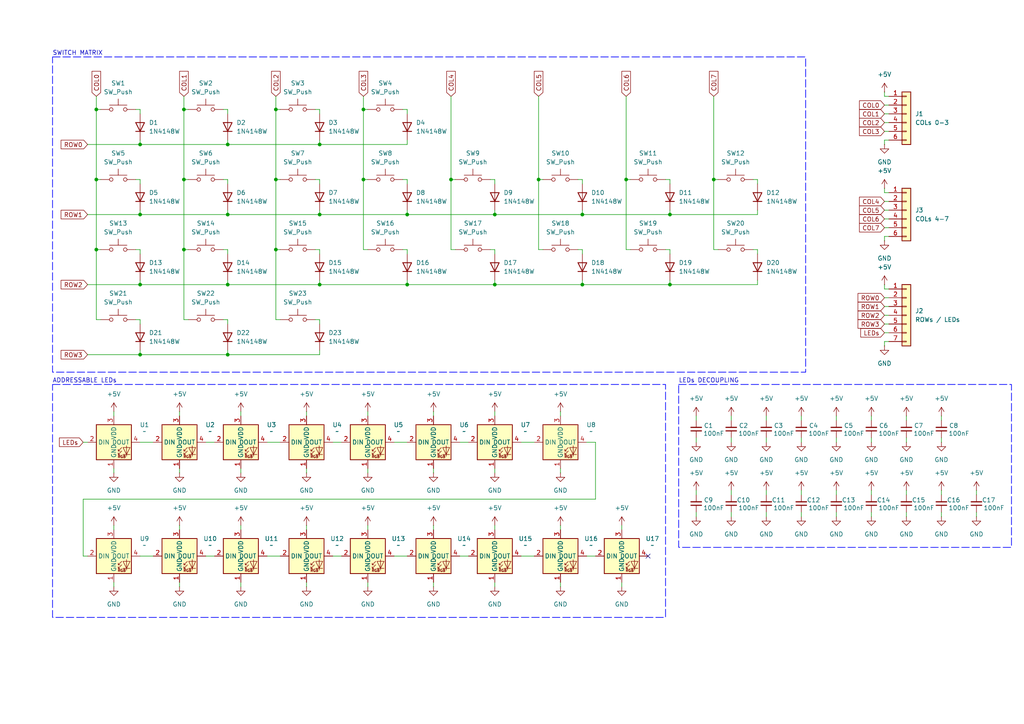
<source format=kicad_sch>
(kicad_sch (version 20231120) (generator "eeschema") (generator_version "8.0")
  (paper "A4")
  (junction (at 207.01 52.07))
  (junction (at 66.04 41.91))
  (junction (at 130.81 52.07))
  (junction (at 168.91 82.55))
  (junction (at 27.94 72.39))
  (junction (at 80.01 31.75))
  (junction (at 364.49 82.55))
  (junction (at 66.04 102.87))
  (junction (at 143.51 62.23))
  (junction (at 320.04 82.55))
  (junction (at 168.91 62.23))
  (junction (at 53.34 52.07))
  (junction (at 40.64 62.23))
  (junction (at 181.61 52.07))
  (junction (at 40.64 82.55))
  (junction (at 66.04 82.55))
  (junction (at 53.34 31.75))
  (junction (at 105.41 52.07))
  (junction (at 40.64 41.91))
  (junction (at 194.31 82.55))
  (junction (at 328.93 82.55))
  (junction (at 311.15 82.55))
  (junction (at 118.11 62.23))
  (junction (at 194.31 62.23))
  (junction (at 40.64 102.87))
  (junction (at 143.51 82.55))
  (junction (at 337.82 82.55))
  (junction (at 27.94 31.75))
  (junction (at 118.11 82.55))
  (junction (at 92.71 62.23))
  (junction (at 27.94 52.07))
  (junction (at 156.21 52.07))
  (junction (at 80.01 52.07))
  (junction (at 66.04 62.23))
  (junction (at 105.41 31.75))
  (junction (at 53.34 72.39))
  (junction (at 355.6 82.55))
  (junction (at 92.71 41.91))
  (junction (at 80.01 72.39))
  (junction (at 92.71 82.55))
  (junction (at 346.71 82.55))
  (no_connect (at 187.96 161.29))
  (wire (pts (xy 168.91 81.28) (xy 168.91 82.55)))
  (wire (pts (xy 168.91 72.39) (xy 168.91 73.66)))
  (wire (pts (xy 320.04 82.55) (xy 320.04 81.28)))
  (wire (pts (xy 256.54 86.36) (xy 257.81 86.36)))
  (wire (pts (xy 167.64 52.07) (xy 168.91 52.07)))
  (wire (pts (xy 27.94 52.07) (xy 27.94 72.39)))
  (wire (pts (xy 92.71 41.91) (xy 118.11 41.91)))
  (wire (pts (xy 256.54 60.96) (xy 257.81 60.96)))
  (wire (pts (xy 106.68 135.89) (xy 106.68 137.16)))
  (wire (pts (xy 66.04 82.55) (xy 92.71 82.55)))
  (wire (pts (xy 33.02 135.89) (xy 33.02 137.16)))
  (wire (pts (xy 40.64 102.87) (xy 66.04 102.87)))
  (wire (pts (xy 201.93 127) (xy 201.93 128.27)))
  (wire (pts (xy 193.04 72.39) (xy 194.31 72.39)))
  (wire (pts (xy 77.47 161.29) (xy 81.28 161.29)))
  (wire (pts (xy 69.85 168.91) (xy 69.85 170.18)))
  (wire (pts (xy 106.68 168.91) (xy 106.68 170.18)))
  (wire (pts (xy 256.54 68.58) (xy 257.81 68.58)))
  (wire (pts (xy 273.05 120.65) (xy 273.05 121.92)))
  (wire (pts (xy 256.54 38.1) (xy 257.81 38.1)))
  (wire (pts (xy 105.41 31.75) (xy 105.41 52.07)))
  (wire (pts (xy 256.54 66.04) (xy 257.81 66.04)))
  (wire (pts (xy 143.51 62.23) (xy 168.91 62.23)))
  (wire (pts (xy 283.21 142.24) (xy 283.21 143.51)))
  (wire (pts (xy 88.9 119.38) (xy 88.9 120.65)))
  (wire (pts (xy 40.64 128.27) (xy 44.45 128.27)))
  (wire (pts (xy 219.71 62.23) (xy 219.71 60.96)))
  (wire (pts (xy 25.4 62.23) (xy 40.64 62.23)))
  (wire (pts (xy 168.91 62.23) (xy 194.31 62.23)))
  (wire (pts (xy 125.73 152.4) (xy 125.73 153.67)))
  (wire (pts (xy 242.57 148.59) (xy 242.57 149.86)))
  (wire (pts (xy 170.18 128.27) (xy 172.72 128.27)))
  (wire (pts (xy 257.81 99.06) (xy 256.54 99.06)))
  (wire (pts (xy 40.64 82.55) (xy 66.04 82.55)))
  (wire (pts (xy 96.52 128.27) (xy 99.06 128.27)))
  (wire (pts (xy 311.15 81.28) (xy 311.15 82.55)))
  (wire (pts (xy 219.71 52.07) (xy 219.71 53.34)))
  (wire (pts (xy 218.44 52.07) (xy 219.71 52.07)))
  (wire (pts (xy 27.94 31.75) (xy 27.94 52.07)))
  (wire (pts (xy 283.21 148.59) (xy 283.21 149.86)))
  (wire (pts (xy 96.52 161.29) (xy 99.06 161.29)))
  (wire (pts (xy 256.54 26.67) (xy 256.54 27.94)))
  (wire (pts (xy 52.07 119.38) (xy 52.07 120.65)))
  (wire (pts (xy 80.01 92.71) (xy 81.28 92.71)))
  (wire (pts (xy 92.71 60.96) (xy 92.71 62.23)))
  (wire (pts (xy 33.02 168.91) (xy 33.02 170.18)))
  (wire (pts (xy 66.04 41.91) (xy 92.71 41.91)))
  (wire (pts (xy 53.34 27.94) (xy 53.34 31.75)))
  (wire (pts (xy 27.94 72.39) (xy 27.94 92.71)))
  (wire (pts (xy 118.11 60.96) (xy 118.11 62.23)))
  (wire (pts (xy 201.93 142.24) (xy 201.93 143.51)))
  (wire (pts (xy 156.21 52.07) (xy 157.48 52.07)))
  (wire (pts (xy 92.71 101.6) (xy 92.71 102.87)))
  (wire (pts (xy 27.94 52.07) (xy 29.21 52.07)))
  (wire (pts (xy 355.6 81.28) (xy 355.6 82.55)))
  (wire (pts (xy 256.54 99.06) (xy 256.54 100.33)))
  (wire (pts (xy 92.71 62.23) (xy 118.11 62.23)))
  (wire (pts (xy 168.91 60.96) (xy 168.91 62.23)))
  (wire (pts (xy 222.25 127) (xy 222.25 128.27)))
  (wire (pts (xy 66.04 62.23) (xy 92.71 62.23)))
  (wire (pts (xy 346.71 81.28) (xy 346.71 82.55)))
  (wire (pts (xy 328.93 82.55) (xy 337.82 82.55)))
  (wire (pts (xy 52.07 135.89) (xy 52.07 137.16)))
  (wire (pts (xy 273.05 127) (xy 273.05 128.27)))
  (wire (pts (xy 92.71 92.71) (xy 92.71 93.98)))
  (wire (pts (xy 24.13 161.29) (xy 25.4 161.29)))
  (wire (pts (xy 133.35 161.29) (xy 135.89 161.29)))
  (wire (pts (xy 207.01 27.94) (xy 207.01 52.07)))
  (wire (pts (xy 24.13 128.27) (xy 25.4 128.27)))
  (wire (pts (xy 91.44 92.71) (xy 92.71 92.71)))
  (wire (pts (xy 256.54 88.9) (xy 257.81 88.9)))
  (wire (pts (xy 40.64 72.39) (xy 40.64 73.66)))
  (wire (pts (xy 232.41 142.24) (xy 232.41 143.51)))
  (wire (pts (xy 114.3 161.29) (xy 118.11 161.29)))
  (wire (pts (xy 39.37 72.39) (xy 40.64 72.39)))
  (wire (pts (xy 69.85 119.38) (xy 69.85 120.65)))
  (wire (pts (xy 222.25 148.59) (xy 222.25 149.86)))
  (wire (pts (xy 256.54 58.42) (xy 257.81 58.42)))
  (wire (pts (xy 53.34 31.75) (xy 53.34 52.07)))
  (wire (pts (xy 92.71 31.75) (xy 92.71 33.02)))
  (wire (pts (xy 66.04 40.64) (xy 66.04 41.91)))
  (wire (pts (xy 40.64 101.6) (xy 40.64 102.87)))
  (wire (pts (xy 256.54 35.56) (xy 257.81 35.56)))
  (wire (pts (xy 256.54 83.82) (xy 256.54 82.55)))
  (wire (pts (xy 105.41 27.94) (xy 105.41 31.75)))
  (wire (pts (xy 40.64 92.71) (xy 40.64 93.98)))
  (wire (pts (xy 194.31 62.23) (xy 219.71 62.23)))
  (wire (pts (xy 25.4 41.91) (xy 40.64 41.91)))
  (wire (pts (xy 143.51 72.39) (xy 143.51 73.66)))
  (wire (pts (xy 262.89 142.24) (xy 262.89 143.51)))
  (wire (pts (xy 80.01 52.07) (xy 80.01 72.39)))
  (wire (pts (xy 53.34 92.71) (xy 54.61 92.71)))
  (wire (pts (xy 91.44 72.39) (xy 92.71 72.39)))
  (wire (pts (xy 207.01 52.07) (xy 208.28 52.07)))
  (wire (pts (xy 311.15 82.55) (xy 311.15 83.82)))
  (wire (pts (xy 337.82 82.55) (xy 346.71 82.55)))
  (wire (pts (xy 311.15 82.55) (xy 320.04 82.55)))
  (wire (pts (xy 328.93 82.55) (xy 328.93 81.28)))
  (wire (pts (xy 106.68 152.4) (xy 106.68 153.67)))
  (wire (pts (xy 193.04 52.07) (xy 194.31 52.07)))
  (wire (pts (xy 162.56 152.4) (xy 162.56 153.67)))
  (wire (pts (xy 92.71 40.64) (xy 92.71 41.91)))
  (wire (pts (xy 114.3 128.27) (xy 118.11 128.27)))
  (wire (pts (xy 66.04 60.96) (xy 66.04 62.23)))
  (wire (pts (xy 168.91 82.55) (xy 194.31 82.55)))
  (wire (pts (xy 116.84 72.39) (xy 118.11 72.39)))
  (wire (pts (xy 91.44 52.07) (xy 92.71 52.07)))
  (wire (pts (xy 64.77 52.07) (xy 66.04 52.07)))
  (wire (pts (xy 142.24 72.39) (xy 143.51 72.39)))
  (wire (pts (xy 27.94 27.94) (xy 27.94 31.75)))
  (wire (pts (xy 252.73 148.59) (xy 252.73 149.86)))
  (wire (pts (xy 77.47 128.27) (xy 81.28 128.27)))
  (wire (pts (xy 39.37 52.07) (xy 40.64 52.07)))
  (wire (pts (xy 116.84 52.07) (xy 118.11 52.07)))
  (wire (pts (xy 201.93 148.59) (xy 201.93 149.86)))
  (wire (pts (xy 118.11 31.75) (xy 118.11 33.02)))
  (wire (pts (xy 257.81 83.82) (xy 256.54 83.82)))
  (wire (pts (xy 252.73 120.65) (xy 252.73 121.92)))
  (wire (pts (xy 170.18 161.29) (xy 172.72 161.29)))
  (wire (pts (xy 53.34 72.39) (xy 53.34 92.71)))
  (wire (pts (xy 181.61 52.07) (xy 182.88 52.07)))
  (wire (pts (xy 130.81 52.07) (xy 130.81 72.39)))
  (wire (pts (xy 64.77 92.71) (xy 66.04 92.71)))
  (wire (pts (xy 143.51 152.4) (xy 143.51 153.67)))
  (wire (pts (xy 40.64 41.91) (xy 66.04 41.91)))
  (wire (pts (xy 53.34 72.39) (xy 54.61 72.39)))
  (wire (pts (xy 143.51 168.91) (xy 143.51 170.18)))
  (wire (pts (xy 105.41 52.07) (xy 106.68 52.07)))
  (wire (pts (xy 66.04 52.07) (xy 66.04 53.34)))
  (wire (pts (xy 181.61 27.94) (xy 181.61 52.07)))
  (wire (pts (xy 242.57 127) (xy 242.57 128.27)))
  (wire (pts (xy 52.07 152.4) (xy 52.07 153.67)))
  (wire (pts (xy 92.71 52.07) (xy 92.71 53.34)))
  (wire (pts (xy 88.9 168.91) (xy 88.9 170.18)))
  (wire (pts (xy 194.31 60.96) (xy 194.31 62.23)))
  (wire (pts (xy 194.31 72.39) (xy 194.31 73.66)))
  (wire (pts (xy 194.31 81.28) (xy 194.31 82.55)))
  (wire (pts (xy 80.01 72.39) (xy 81.28 72.39)))
  (wire (pts (xy 66.04 81.28) (xy 66.04 82.55)))
  (wire (pts (xy 257.81 55.88) (xy 256.54 55.88)))
  (wire (pts (xy 69.85 152.4) (xy 69.85 153.67)))
  (wire (pts (xy 256.54 69.85) (xy 256.54 68.58)))
  (wire (pts (xy 151.13 161.29) (xy 154.94 161.29)))
  (wire (pts (xy 143.51 81.28) (xy 143.51 82.55)))
  (wire (pts (xy 212.09 127) (xy 212.09 128.27)))
  (wire (pts (xy 143.51 119.38) (xy 143.51 120.65)))
  (wire (pts (xy 181.61 72.39) (xy 182.88 72.39)))
  (wire (pts (xy 80.01 27.94) (xy 80.01 31.75)))
  (wire (pts (xy 66.04 72.39) (xy 66.04 73.66)))
  (wire (pts (xy 53.34 52.07) (xy 54.61 52.07)))
  (wire (pts (xy 69.85 135.89) (xy 69.85 137.16)))
  (wire (pts (xy 364.49 82.55) (xy 355.6 82.55)))
  (wire (pts (xy 180.34 152.4) (xy 180.34 153.67)))
  (wire (pts (xy 105.41 52.07) (xy 105.41 72.39)))
  (wire (pts (xy 27.94 72.39) (xy 29.21 72.39)))
  (wire (pts (xy 33.02 152.4) (xy 33.02 153.67)))
  (wire (pts (xy 373.38 81.28) (xy 373.38 82.55)))
  (wire (pts (xy 64.77 72.39) (xy 66.04 72.39)))
  (wire (pts (xy 118.11 82.55) (xy 143.51 82.55)))
  (wire (pts (xy 252.73 142.24) (xy 252.73 143.51)))
  (wire (pts (xy 201.93 120.65) (xy 201.93 121.92)))
  (wire (pts (xy 105.41 31.75) (xy 106.68 31.75)))
  (wire (pts (xy 53.34 31.75) (xy 54.61 31.75)))
  (wire (pts (xy 364.49 81.28) (xy 364.49 82.55)))
  (wire (pts (xy 262.89 148.59) (xy 262.89 149.86)))
  (wire (pts (xy 40.64 62.23) (xy 66.04 62.23)))
  (wire (pts (xy 130.81 52.07) (xy 132.08 52.07)))
  (wire (pts (xy 106.68 119.38) (xy 106.68 120.65)))
  (wire (pts (xy 212.09 148.59) (xy 212.09 149.86)))
  (wire (pts (xy 125.73 135.89) (xy 125.73 137.16)))
  (wire (pts (xy 256.54 55.88) (xy 256.54 54.61)))
  (wire (pts (xy 88.9 152.4) (xy 88.9 153.67)))
  (wire (pts (xy 118.11 62.23) (xy 143.51 62.23)))
  (wire (pts (xy 162.56 135.89) (xy 162.56 137.16)))
  (wire (pts (xy 194.31 82.55) (xy 219.71 82.55)))
  (wire (pts (xy 66.04 102.87) (xy 92.71 102.87)))
  (wire (pts (xy 172.72 128.27) (xy 172.72 144.78)))
  (wire (pts (xy 156.21 72.39) (xy 157.48 72.39)))
  (wire (pts (xy 162.56 168.91) (xy 162.56 170.18)))
  (wire (pts (xy 40.64 31.75) (xy 40.64 33.02)))
  (wire (pts (xy 80.01 52.07) (xy 81.28 52.07)))
  (wire (pts (xy 142.24 52.07) (xy 143.51 52.07)))
  (wire (pts (xy 40.64 52.07) (xy 40.64 53.34)))
  (wire (pts (xy 27.94 31.75) (xy 29.21 31.75)))
  (wire (pts (xy 232.41 148.59) (xy 232.41 149.86)))
  (wire (pts (xy 207.01 52.07) (xy 207.01 72.39)))
  (wire (pts (xy 53.34 52.07) (xy 53.34 72.39)))
  (wire (pts (xy 218.44 72.39) (xy 219.71 72.39)))
  (wire (pts (xy 24.13 144.78) (xy 24.13 161.29)))
  (wire (pts (xy 242.57 142.24) (xy 242.57 143.51)))
  (wire (pts (xy 219.71 82.55) (xy 219.71 81.28)))
  (wire (pts (xy 64.77 31.75) (xy 66.04 31.75)))
  (wire (pts (xy 39.37 92.71) (xy 40.64 92.71)))
  (wire (pts (xy 143.51 82.55) (xy 168.91 82.55)))
  (wire (pts (xy 80.01 72.39) (xy 80.01 92.71)))
  (wire (pts (xy 222.25 142.24) (xy 222.25 143.51)))
  (wire (pts (xy 337.82 82.55) (xy 337.82 81.28)))
  (wire (pts (xy 219.71 72.39) (xy 219.71 73.66)))
  (wire (pts (xy 355.6 82.55) (xy 346.71 82.55)))
  (wire (pts (xy 232.41 127) (xy 232.41 128.27)))
  (wire (pts (xy 256.54 93.98) (xy 257.81 93.98)))
  (wire (pts (xy 39.37 31.75) (xy 40.64 31.75)))
  (wire (pts (xy 66.04 101.6) (xy 66.04 102.87)))
  (wire (pts (xy 256.54 33.02) (xy 257.81 33.02)))
  (wire (pts (xy 40.64 161.29) (xy 44.45 161.29)))
  (wire (pts (xy 222.25 120.65) (xy 222.25 121.92)))
  (wire (pts (xy 273.05 142.24) (xy 273.05 143.51)))
  (wire (pts (xy 273.05 148.59) (xy 273.05 149.86)))
  (wire (pts (xy 262.89 120.65) (xy 262.89 121.92)))
  (wire (pts (xy 59.69 128.27) (xy 62.23 128.27)))
  (wire (pts (xy 181.61 52.07) (xy 181.61 72.39)))
  (wire (pts (xy 91.44 31.75) (xy 92.71 31.75)))
  (wire (pts (xy 80.01 31.75) (xy 81.28 31.75)))
  (wire (pts (xy 25.4 102.87) (xy 40.64 102.87)))
  (wire (pts (xy 40.64 40.64) (xy 40.64 41.91)))
  (wire (pts (xy 59.69 161.29) (xy 62.23 161.29)))
  (wire (pts (xy 105.41 72.39) (xy 106.68 72.39)))
  (wire (pts (xy 151.13 128.27) (xy 154.94 128.27)))
  (wire (pts (xy 52.07 168.91) (xy 52.07 170.18)))
  (wire (pts (xy 212.09 120.65) (xy 212.09 121.92)))
  (wire (pts (xy 118.11 72.39) (xy 118.11 73.66)))
  (wire (pts (xy 33.02 119.38) (xy 33.02 120.65)))
  (wire (pts (xy 167.64 72.39) (xy 168.91 72.39)))
  (wire (pts (xy 143.51 60.96) (xy 143.51 62.23)))
  (wire (pts (xy 118.11 41.91) (xy 118.11 40.64)))
  (wire (pts (xy 143.51 135.89) (xy 143.51 137.16)))
  (wire (pts (xy 118.11 52.07) (xy 118.11 53.34)))
  (wire (pts (xy 116.84 31.75) (xy 118.11 31.75)))
  (wire (pts (xy 256.54 96.52) (xy 257.81 96.52)))
  (wire (pts (xy 156.21 52.07) (xy 156.21 72.39)))
  (wire (pts (xy 256.54 30.48) (xy 257.81 30.48)))
  (wire (pts (xy 232.41 120.65) (xy 232.41 121.92)))
  (wire (pts (xy 252.73 127) (xy 252.73 128.27)))
  (wire (pts (xy 143.51 52.07) (xy 143.51 53.34)))
  (wire (pts (xy 168.91 52.07) (xy 168.91 53.34)))
  (wire (pts (xy 256.54 27.94) (xy 257.81 27.94)))
  (wire (pts (xy 88.9 135.89) (xy 88.9 137.16)))
  (wire (pts (xy 130.81 27.94) (xy 130.81 52.07)))
  (wire (pts (xy 27.94 92.71) (xy 29.21 92.71)))
  (wire (pts (xy 194.31 52.07) (xy 194.31 53.34)))
  (wire (pts (xy 156.21 27.94) (xy 156.21 52.07)))
  (wire (pts (xy 256.54 91.44) (xy 257.81 91.44)))
  (wire (pts (xy 125.73 168.91) (xy 125.73 170.18)))
  (wire (pts (xy 212.09 142.24) (xy 212.09 143.51)))
  (wire (pts (xy 180.34 168.91) (xy 180.34 170.18)))
  (wire (pts (xy 256.54 63.5) (xy 257.81 63.5)))
  (wire (pts (xy 162.56 119.38) (xy 162.56 120.65)))
  (wire (pts (xy 92.71 82.55) (xy 118.11 82.55)))
  (wire (pts (xy 133.35 128.27) (xy 135.89 128.27)))
  (wire (pts (xy 92.71 81.28) (xy 92.71 82.55)))
  (wire (pts (xy 320.04 82.55) (xy 328.93 82.55)))
  (wire (pts (xy 262.89 127) (xy 262.89 128.27)))
  (wire (pts (xy 92.71 72.39) (xy 92.71 73.66)))
  (wire (pts (xy 118.11 81.28) (xy 118.11 82.55)))
  (wire (pts (xy 80.01 31.75) (xy 80.01 52.07)))
  (wire (pts (xy 125.73 119.38) (xy 125.73 120.65)))
  (wire (pts (xy 66.04 31.75) (xy 66.04 33.02)))
  (wire (pts (xy 25.4 82.55) (xy 40.64 82.55)))
  (wire (pts (xy 207.01 72.39) (xy 208.28 72.39)))
  (wire (pts (xy 40.64 60.96) (xy 40.64 62.23)))
  (wire (pts (xy 66.04 92.71) (xy 66.04 93.98)))
  (wire (pts (xy 242.57 120.65) (xy 242.57 121.92)))
  (wire (pts (xy 40.64 81.28) (xy 40.64 82.55)))
  (wire (pts (xy 256.54 40.64) (xy 257.81 40.64)))
  (wire (pts (xy 172.72 144.78) (xy 24.13 144.78)))
  (wire (pts (xy 130.81 72.39) (xy 132.08 72.39)))
  (wire (pts (xy 256.54 41.91) (xy 256.54 40.64)))
  (wire (pts (xy 364.49 82.55) (xy 373.38 82.55)))
  (rectangle (start 15.24 16.51) (end 233.68 107.95) (stroke (width 0.2) (type dash) (color 0 0 255 1)))
  (rectangle (start 15.24 111.506) (end 193.04 179.07) (stroke (width 0.2) (type dash) (color 0 0 255 1)))
  (rectangle (start 196.85 111.506) (end 293.37 158.75) (stroke (width 0.2) (type dash) (color 0 0 255 1)))
  (text "SWITCH MATRIX" (at 15.24 15.494 0) (effects (font (size 1.27 1.27)) (justify left)))
  (text "LEDs DECOUPLING" (at 196.85 110.49 0) (effects (font (size 1.27 1.27)) (justify left)))
  (text "ADDRESSABLE LEDs" (at 15.24 110.49 0) (effects (font (size 1.27 1.27)) (justify left)))
  (global_label "COL3" (shape input) (at 256.54 38.1 180) (property "Intersheetrefs" "${INTERSHEET_REFS}" (effects (hide yes))))
  (global_label "COL4" (shape input) (at 130.81 27.94 90) (property "Intersheetrefs" "${INTERSHEET_REFS}" (effects (hide yes))))
  (global_label "COL0" (shape input) (at 27.94 27.94 90) (property "Intersheetrefs" "${INTERSHEET_REFS}" (effects (hide yes))))
  (global_label "ROW1" (shape input) (at 25.4 62.23 180) (property "Intersheetrefs" "${INTERSHEET_REFS}" (effects (hide yes))))
  (global_label "COL7" (shape input) (at 256.54 66.04 180) (property "Intersheetrefs" "${INTERSHEET_REFS}" (effects (hide yes))))
  (global_label "COL0" (shape input) (at 256.54 30.48 180) (property "Intersheetrefs" "${INTERSHEET_REFS}" (effects (hide yes))))
  (global_label "LEDs" (shape input) (at 24.13 128.27 180) (property "Intersheetrefs" "${INTERSHEET_REFS}" (effects (hide yes))))
  (global_label "ROW0" (shape input) (at 256.54 86.36 180) (property "Intersheetrefs" "${INTERSHEET_REFS}" (effects (hide yes))))
  (global_label "COL6" (shape input) (at 256.54 63.5 180) (property "Intersheetrefs" "${INTERSHEET_REFS}" (effects (hide yes))))
  (global_label "ROW0" (shape input) (at 25.4 41.91 180) (property "Intersheetrefs" "${INTERSHEET_REFS}" (effects (hide yes))))
  (global_label "COL5" (shape input) (at 156.21 27.94 90) (property "Intersheetrefs" "${INTERSHEET_REFS}" (effects (hide yes))))
  (global_label "COL1" (shape input) (at 256.54 33.02 180) (property "Intersheetrefs" "${INTERSHEET_REFS}" (effects (hide yes))))
  (global_label "COL4" (shape input) (at 256.54 58.42 180) (property "Intersheetrefs" "${INTERSHEET_REFS}" (effects (hide yes))))
  (global_label "COL2" (shape input) (at 256.54 35.56 180) (property "Intersheetrefs" "${INTERSHEET_REFS}" (effects (hide yes))))
  (global_label "COL7" (shape input) (at 207.01 27.94 90) (property "Intersheetrefs" "${INTERSHEET_REFS}" (effects (hide yes))))
  (global_label "COL5" (shape input) (at 256.54 60.96 180) (property "Intersheetrefs" "${INTERSHEET_REFS}" (effects (hide yes))))
  (global_label "COL1" (shape input) (at 53.34 27.94 90) (property "Intersheetrefs" "${INTERSHEET_REFS}" (effects (hide yes))))
  (global_label "COL2" (shape input) (at 80.01 27.94 90) (property "Intersheetrefs" "${INTERSHEET_REFS}" (effects (hide yes))))
  (global_label "COL6" (shape input) (at 181.61 27.94 90) (property "Intersheetrefs" "${INTERSHEET_REFS}" (effects (hide yes))))
  (global_label "ROW3" (shape input) (at 256.54 93.98 180) (property "Intersheetrefs" "${INTERSHEET_REFS}" (effects (hide yes))))
  (global_label "ROW2" (shape input) (at 25.4 82.55 180) (property "Intersheetrefs" "${INTERSHEET_REFS}" (effects (hide yes))))
  (global_label "LEDs" (shape input) (at 256.54 96.52 180) (property "Intersheetrefs" "${INTERSHEET_REFS}" (effects (hide yes))))
  (global_label "ROW1" (shape input) (at 256.54 88.9 180) (property "Intersheetrefs" "${INTERSHEET_REFS}" (effects (hide yes))))
  (global_label "ROW3" (shape input) (at 25.4 102.87 180) (property "Intersheetrefs" "${INTERSHEET_REFS}" (effects (hide yes))))
  (global_label "COL3" (shape input) (at 105.41 27.94 90) (property "Intersheetrefs" "${INTERSHEET_REFS}" (effects (hide yes))))
  (global_label "ROW2" (shape input) (at 256.54 91.44 180) (property "Intersheetrefs" "${INTERSHEET_REFS}" (effects (hide yes))))
  (symbol (lib_id "power:GND") (at 162.56 170.18 0) (unit 1)
    (property "Reference" "#PWR033" (effects (hide yes)))
    (property "Value" "GND" (at 162.56 175.26 0))
    (property "Description" "Power symbol creates a global label with name \"GND\" , ground" (effects (hide yes)))
  )
  (symbol (lib_id "Switch:SW_Push") (at 137.16 72.39 0) (unit 1)
    (property "Reference" "SW17" (at 137.16 64.77 0))
    (property "Value" "SW_Push" (at 137.16 67.31 0))
    (property "Footprint" "PCM_Switch_Keyboard_Cherry_MX:SW_Cherry_MX_PCB_1.00u" (effects (hide yes)))
    (property "Description" "Push button switch, generic, two pins" (effects (hide yes)))
  )
  (symbol (lib_id "Device:C_Small") (at 242.57 124.46 180) (unit 1)
    (property "Reference" "C5" (at 246.126 123.444 0))
    (property "Value" "100nF" (at 247.65 125.73 0))
    (property "Footprint" "Capacitor_SMD:C_0603_1608Metric_Pad1.08x0.95mm_HandSolder" (effects (hide yes)))
    (property "Description" "Unpolarized capacitor, small symbol" (effects (hide yes)))
  )
  (symbol (lib_id "Mechanical:MountingHole_Pad") (at 355.6 78.74 0) (unit 1) (exclude_from_sim yes) (in_bom no)
    (property "Reference" "H6" (at 358.14 76.1999 0) (effects (justify left)))
    (property "Value" "M3" (at 358.14 78.7399 0) (effects (justify left)))
    (property "Footprint" "MountingHole:MountingHole_3.2mm_M3_DIN965_Pad" (effects (hide yes)))
    (property "Description" "Mounting Hole with connection" (effects (hide yes)))
  )
  (symbol (lib_id "Switch:SW_Push") (at 86.36 72.39 0) (unit 1)
    (property "Reference" "SW15" (at 86.36 64.77 0))
    (property "Value" "SW_Push" (at 86.36 67.31 0))
    (property "Footprint" "PCM_Switch_Keyboard_Cherry_MX:SW_Cherry_MX_PCB_1.00u" (effects (hide yes)))
    (property "Description" "Push button switch, generic, two pins" (effects (hide yes)))
  )
  (symbol (lib_id "Connector_Generic:Conn_01x06") (at 262.89 33.02 0) (unit 1)
    (property "Reference" "J1" (at 265.43 33.0199 0) (effects (justify left)))
    (property "Value" "COLs 0-3" (at 265.43 35.5599 0) (effects (justify left)))
    (property "Footprint" "Connector_PinSocket_2.54mm:PinSocket_1x06_P2.54mm_Vertical" (effects (hide yes)))
    (property "Description" "Generic connector, single row, 01x06, script generated (kicad-library-utils/schlib/autogen/connector/)" (effects (hide yes)))
  )
  (symbol (lib_id "power:+5V") (at 222.25 142.24 0) (unit 1)
    (property "Reference" "#PWR053" (effects (hide yes)))
    (property "Value" "+5V" (at 222.25 137.16 0))
    (property "Description" "Power symbol creates a global label with name \"+5V\"" (effects (hide yes)))
  )
  (symbol (lib_id "SK6812MINI-E-012:SK6812MINI-E-012") (at 52.07 128.27 0) (unit 1)
    (property "Reference" "U2" (at 60.96 123.2214 0))
    (property "Value" "~" (at 60.96 125.1265 0))
    (property "Footprint" "SK6812MINI-E-012:SK6812MINI-E-012" (effects (hide yes)))
  )
  (symbol (lib_id "power:GND") (at 252.73 149.86 0) (unit 1)
    (property "Reference" "#PWR065" (effects (hide yes)))
    (property "Value" "GND" (at 252.73 154.94 0))
    (property "Description" "Power symbol creates a global label with name \"GND\" , ground" (effects (hide yes)))
  )
  (symbol (lib_id "power:+5V") (at 143.51 119.38 0) (unit 1)
    (property "Reference" "#PWR07" (effects (hide yes)))
    (property "Value" "+5V" (at 143.51 114.3 0))
    (property "Description" "Power symbol creates a global label with name \"+5V\"" (effects (hide yes)))
  )
  (symbol (lib_id "SK6812MINI-E-012:SK6812MINI-E-012") (at 69.85 128.27 0) (unit 1)
    (property "Reference" "U3" (at 78.74 123.2214 0))
    (property "Value" "~" (at 78.74 125.1265 0))
    (property "Footprint" "SK6812MINI-E-012:SK6812MINI-E-012" (effects (hide yes)))
  )
  (symbol (lib_id "SK6812MINI-E-012:SK6812MINI-E-012") (at 143.51 128.27 0) (unit 1)
    (property "Reference" "U7" (at 152.4 123.2214 0))
    (property "Value" "~" (at 152.4 125.1265 0))
    (property "Footprint" "SK6812MINI-E-012:SK6812MINI-E-012" (effects (hide yes)))
  )
  (symbol (lib_id "power:GND") (at 256.54 41.91 0) (unit 1)
    (property "Reference" "#PWR071" (effects (hide yes)))
    (property "Value" "GND" (at 256.54 46.99 0))
    (property "Description" "Power symbol creates a global label with name \"GND\" , ground" (effects (hide yes)))
  )
  (symbol (lib_id "Diode:1N4148W") (at 194.31 77.47 90) (unit 1)
    (property "Reference" "D19" (at 196.85 76.1999 90) (effects (justify right)))
    (property "Value" "1N4148W" (at 196.85 78.7399 90) (effects (justify right)))
    (property "Footprint" "Diode_SMD:D_SOD-323_HandSoldering" (effects (hide yes)))
    (property "Datasheet" "https://www.vishay.com/docs/85748/1n4148w.pdf" (effects (hide yes)))
    (property "Description" "75V 0.15A Fast Switching Diode, SOD-123" (effects (hide yes)))
    (property "Sim.Device" "D" (effects (hide yes)))
    (property "Sim.Pins" "1=K 2=A" (effects (hide yes)))
  )
  (symbol (lib_id "power:GND") (at 256.54 69.85 0) (unit 1)
    (property "Reference" "#PWR072" (effects (hide yes)))
    (property "Value" "GND" (at 256.54 74.93 0))
    (property "Description" "Power symbol creates a global label with name \"GND\" , ground" (effects (hide yes)))
  )
  (symbol (lib_id "Diode:1N4148W") (at 92.71 36.83 90) (unit 1)
    (property "Reference" "D3" (at 95.25 35.5599 90) (effects (justify right)))
    (property "Value" "1N4148W" (at 95.25 38.0999 90) (effects (justify right)))
    (property "Footprint" "Diode_SMD:D_SOD-323_HandSoldering" (effects (hide yes)))
    (property "Datasheet" "https://www.vishay.com/docs/85748/1n4148w.pdf" (effects (hide yes)))
    (property "Description" "75V 0.15A Fast Switching Diode, SOD-123" (effects (hide yes)))
    (property "Sim.Device" "D" (effects (hide yes)))
    (property "Sim.Pins" "1=K 2=A" (effects (hide yes)))
  )
  (symbol (lib_id "Device:C_Small") (at 273.05 146.05 180) (unit 1)
    (property "Reference" "C16" (at 276.606 145.034 0))
    (property "Value" "100nF" (at 278.13 147.32 0))
    (property "Footprint" "Capacitor_SMD:C_0603_1608Metric_Pad1.08x0.95mm_HandSolder" (effects (hide yes)))
    (property "Description" "Unpolarized capacitor, small symbol" (effects (hide yes)))
  )
  (symbol (lib_id "power:+5V") (at 88.9 152.4 0) (unit 1)
    (property "Reference" "#PWR020" (effects (hide yes)))
    (property "Value" "+5V" (at 88.9 147.32 0))
    (property "Description" "Power symbol creates a global label with name \"+5V\"" (effects (hide yes)))
  )
  (symbol (lib_id "Connector_Generic:Conn_01x06") (at 262.89 60.96 0) (unit 1)
    (property "Reference" "J3" (at 265.43 60.9599 0) (effects (justify left)))
    (property "Value" "COLs 4-7" (at 265.43 63.4999 0) (effects (justify left)))
    (property "Footprint" "Connector_PinSocket_2.54mm:PinSocket_1x06_P2.54mm_Vertical" (effects (hide yes)))
    (property "Description" "Generic connector, single row, 01x06, script generated (kicad-library-utils/schlib/autogen/connector/)" (effects (hide yes)))
  )
  (symbol (lib_id "power:+5V") (at 69.85 152.4 0) (unit 1)
    (property "Reference" "#PWR019" (effects (hide yes)))
    (property "Value" "+5V" (at 69.85 147.32 0))
    (property "Description" "Power symbol creates a global label with name \"+5V\"" (effects (hide yes)))
  )
  (symbol (lib_id "Mechanical:MountingHole_Pad") (at 364.49 78.74 0) (unit 1) (exclude_from_sim yes) (in_bom no)
    (property "Reference" "H7" (at 367.03 76.1999 0) (effects (justify left)))
    (property "Value" "M3" (at 367.03 78.7399 0) (effects (justify left)))
    (property "Footprint" "MountingHole:MountingHole_3.2mm_M3_DIN965_Pad" (effects (hide yes)))
    (property "Description" "Mounting Hole with connection" (effects (hide yes)))
  )
  (symbol (lib_id "Switch:SW_Push") (at 162.56 52.07 0) (unit 1)
    (property "Reference" "SW10" (at 162.56 44.45 0))
    (property "Value" "SW_Push" (at 162.56 46.99 0))
    (property "Footprint" "PCM_Switch_Keyboard_Cherry_MX:SW_Cherry_MX_PCB_1.00u" (effects (hide yes)))
    (property "Description" "Push button switch, generic, two pins" (effects (hide yes)))
  )
  (symbol (lib_id "Mechanical:MountingHole_Pad") (at 373.38 78.74 0) (unit 1) (exclude_from_sim yes) (in_bom no)
    (property "Reference" "H8" (at 375.92 76.1999 0) (effects (justify left)))
    (property "Value" "M3" (at 375.92 78.7399 0) (effects (justify left)))
    (property "Footprint" "MountingHole:MountingHole_3.2mm_M3_DIN965_Pad" (effects (hide yes)))
    (property "Description" "Mounting Hole with connection" (effects (hide yes)))
  )
  (symbol (lib_id "power:+5V") (at 252.73 120.65 0) (unit 1)
    (property "Reference" "#PWR040" (effects (hide yes)))
    (property "Value" "+5V" (at 252.73 115.57 0))
    (property "Description" "Power symbol creates a global label with name \"+5V\"" (effects (hide yes)))
  )
  (symbol (lib_id "Diode:1N4148W") (at 66.04 97.79 90) (unit 1)
    (property "Reference" "D22" (at 68.58 96.5199 90) (effects (justify right)))
    (property "Value" "1N4148W" (at 68.58 99.0599 90) (effects (justify right)))
    (property "Footprint" "Diode_SMD:D_SOD-323_HandSoldering" (effects (hide yes)))
    (property "Datasheet" "https://www.vishay.com/docs/85748/1n4148w.pdf" (effects (hide yes)))
    (property "Description" "75V 0.15A Fast Switching Diode, SOD-123" (effects (hide yes)))
    (property "Sim.Device" "D" (effects (hide yes)))
    (property "Sim.Pins" "1=K 2=A" (effects (hide yes)))
  )
  (symbol (lib_id "power:GND") (at 273.05 128.27 0) (unit 1)
    (property "Reference" "#PWR050" (effects (hide yes)))
    (property "Value" "GND" (at 273.05 133.35 0))
    (property "Description" "Power symbol creates a global label with name \"GND\" , ground" (effects (hide yes)))
  )
  (symbol (lib_id "power:GND") (at 180.34 170.18 0) (unit 1)
    (property "Reference" "#PWR034" (effects (hide yes)))
    (property "Value" "GND" (at 180.34 175.26 0))
    (property "Description" "Power symbol creates a global label with name \"GND\" , ground" (effects (hide yes)))
  )
  (symbol (lib_id "Device:C_Small") (at 212.09 146.05 180) (unit 1)
    (property "Reference" "C10" (at 215.646 145.034 0))
    (property "Value" "100nF" (at 217.17 147.32 0))
    (property "Footprint" "Capacitor_SMD:C_0603_1608Metric_Pad1.08x0.95mm_HandSolder" (effects (hide yes)))
    (property "Description" "Unpolarized capacitor, small symbol" (effects (hide yes)))
  )
  (symbol (lib_id "power:GND") (at 143.51 137.16 0) (unit 1)
    (property "Reference" "#PWR015" (effects (hide yes)))
    (property "Value" "GND" (at 143.51 142.24 0))
    (property "Description" "Power symbol creates a global label with name \"GND\" , ground" (effects (hide yes)))
  )
  (symbol (lib_id "Diode:1N4148W") (at 66.04 77.47 90) (unit 1)
    (property "Reference" "D14" (at 68.58 76.1999 90) (effects (justify right)))
    (property "Value" "1N4148W" (at 68.58 78.7399 90) (effects (justify right)))
    (property "Footprint" "Diode_SMD:D_SOD-323_HandSoldering" (effects (hide yes)))
    (property "Datasheet" "https://www.vishay.com/docs/85748/1n4148w.pdf" (effects (hide yes)))
    (property "Description" "75V 0.15A Fast Switching Diode, SOD-123" (effects (hide yes)))
    (property "Sim.Device" "D" (effects (hide yes)))
    (property "Sim.Pins" "1=K 2=A" (effects (hide yes)))
  )
  (symbol (lib_id "Device:C_Small") (at 222.25 124.46 180) (unit 1)
    (property "Reference" "C3" (at 225.806 123.444 0))
    (property "Value" "100nF" (at 227.33 125.73 0))
    (property "Footprint" "Capacitor_SMD:C_0603_1608Metric_Pad1.08x0.95mm_HandSolder" (effects (hide yes)))
    (property "Description" "Unpolarized capacitor, small symbol" (effects (hide yes)))
  )
  (symbol (lib_id "Device:C_Small") (at 242.57 146.05 180) (unit 1)
    (property "Reference" "C13" (at 246.126 145.034 0))
    (property "Value" "100nF" (at 247.65 147.32 0))
    (property "Footprint" "Capacitor_SMD:C_0603_1608Metric_Pad1.08x0.95mm_HandSolder" (effects (hide yes)))
    (property "Description" "Unpolarized capacitor, small symbol" (effects (hide yes)))
  )
  (symbol (lib_id "SK6812MINI-E-012:SK6812MINI-E-012") (at 33.02 161.29 0) (unit 1)
    (property "Reference" "U9" (at 41.91 156.2414 0))
    (property "Value" "~" (at 41.91 158.1465 0))
    (property "Footprint" "SK6812MINI-E-012:SK6812MINI-E-012" (effects (hide yes)))
  )
  (symbol (lib_id "Switch:SW_Push") (at 187.96 52.07 0) (unit 1)
    (property "Reference" "SW11" (at 187.96 44.45 0))
    (property "Value" "SW_Push" (at 187.96 46.99 0))
    (property "Footprint" "PCM_Switch_Keyboard_Cherry_MX:SW_Cherry_MX_PCB_1.00u" (effects (hide yes)))
    (property "Description" "Push button switch, generic, two pins" (effects (hide yes)))
  )
  (symbol (lib_id "power:+5V") (at 143.51 152.4 0) (unit 1)
    (property "Reference" "#PWR023" (effects (hide yes)))
    (property "Value" "+5V" (at 143.51 147.32 0))
    (property "Description" "Power symbol creates a global label with name \"+5V\"" (effects (hide yes)))
  )
  (symbol (lib_id "Diode:1N4148W") (at 66.04 57.15 90) (unit 1)
    (property "Reference" "D6" (at 68.58 55.8799 90) (effects (justify right)))
    (property "Value" "1N4148W" (at 68.58 58.4199 90) (effects (justify right)))
    (property "Footprint" "Diode_SMD:D_SOD-323_HandSoldering" (effects (hide yes)))
    (property "Datasheet" "https://www.vishay.com/docs/85748/1n4148w.pdf" (effects (hide yes)))
    (property "Description" "75V 0.15A Fast Switching Diode, SOD-123" (effects (hide yes)))
    (property "Sim.Device" "D" (effects (hide yes)))
    (property "Sim.Pins" "1=K 2=A" (effects (hide yes)))
  )
  (symbol (lib_id "Device:C_Small") (at 252.73 124.46 180) (unit 1)
    (property "Reference" "C6" (at 256.286 123.444 0))
    (property "Value" "100nF" (at 257.81 125.73 0))
    (property "Footprint" "Capacitor_SMD:C_0603_1608Metric_Pad1.08x0.95mm_HandSolder" (effects (hide yes)))
    (property "Description" "Unpolarized capacitor, small symbol" (effects (hide yes)))
  )
  (symbol (lib_id "power:+5V") (at 106.68 119.38 0) (unit 1)
    (property "Reference" "#PWR05" (effects (hide yes)))
    (property "Value" "+5V" (at 106.68 114.3 0))
    (property "Description" "Power symbol creates a global label with name \"+5V\"" (effects (hide yes)))
  )
  (symbol (lib_id "power:GND") (at 262.89 149.86 0) (unit 1)
    (property "Reference" "#PWR066" (effects (hide yes)))
    (property "Value" "GND" (at 262.89 154.94 0))
    (property "Description" "Power symbol creates a global label with name \"GND\" , ground" (effects (hide yes)))
  )
  (symbol (lib_id "power:GND") (at 222.25 149.86 0) (unit 1)
    (property "Reference" "#PWR062" (effects (hide yes)))
    (property "Value" "GND" (at 222.25 154.94 0))
    (property "Description" "Power symbol creates a global label with name \"GND\" , ground" (effects (hide yes)))
  )
  (symbol (lib_id "power:+5V") (at 212.09 142.24 0) (unit 1)
    (property "Reference" "#PWR052" (effects (hide yes)))
    (property "Value" "+5V" (at 212.09 137.16 0))
    (property "Description" "Power symbol creates a global label with name \"+5V\"" (effects (hide yes)))
  )
  (symbol (lib_id "Device:C_Small") (at 222.25 146.05 180) (unit 1)
    (property "Reference" "C11" (at 225.806 145.034 0))
    (property "Value" "100nF" (at 227.33 147.32 0))
    (property "Footprint" "Capacitor_SMD:C_0603_1608Metric_Pad1.08x0.95mm_HandSolder" (effects (hide yes)))
    (property "Description" "Unpolarized capacitor, small symbol" (effects (hide yes)))
  )
  (symbol (lib_id "power:+5V") (at 69.85 119.38 0) (unit 1)
    (property "Reference" "#PWR03" (effects (hide yes)))
    (property "Value" "+5V" (at 69.85 114.3 0))
    (property "Description" "Power symbol creates a global label with name \"+5V\"" (effects (hide yes)))
  )
  (symbol (lib_id "power:+5V") (at 33.02 119.38 0) (unit 1)
    (property "Reference" "#PWR01" (effects (hide yes)))
    (property "Value" "+5V" (at 33.02 114.3 0))
    (property "Description" "Power symbol creates a global label with name \"+5V\"" (effects (hide yes)))
  )
  (symbol (lib_id "power:GND") (at 252.73 128.27 0) (unit 1)
    (property "Reference" "#PWR048" (effects (hide yes)))
    (property "Value" "GND" (at 252.73 133.35 0))
    (property "Description" "Power symbol creates a global label with name \"GND\" , ground" (effects (hide yes)))
  )
  (symbol (lib_id "Diode:1N4148W") (at 92.71 77.47 90) (unit 1)
    (property "Reference" "D15" (at 95.25 76.1999 90) (effects (justify right)))
    (property "Value" "1N4148W" (at 95.25 78.7399 90) (effects (justify right)))
    (property "Footprint" "Diode_SMD:D_SOD-323_HandSoldering" (effects (hide yes)))
    (property "Datasheet" "https://www.vishay.com/docs/85748/1n4148w.pdf" (effects (hide yes)))
    (property "Description" "75V 0.15A Fast Switching Diode, SOD-123" (effects (hide yes)))
    (property "Sim.Device" "D" (effects (hide yes)))
    (property "Sim.Pins" "1=K 2=A" (effects (hide yes)))
  )
  (symbol (lib_id "power:+5V") (at 212.09 120.65 0) (unit 1)
    (property "Reference" "#PWR036" (effects (hide yes)))
    (property "Value" "+5V" (at 212.09 115.57 0))
    (property "Description" "Power symbol creates a global label with name \"+5V\"" (effects (hide yes)))
  )
  (symbol (lib_id "power:GND") (at 311.15 83.82 0) (unit 1)
    (property "Reference" "#PWR075" (effects (hide yes)))
    (property "Value" "GND" (at 311.15 88.9 0))
    (property "Description" "Power symbol creates a global label with name \"GND\" , ground" (effects (hide yes)))
  )
  (symbol (lib_id "power:GND") (at 88.9 137.16 0) (unit 1)
    (property "Reference" "#PWR012" (effects (hide yes)))
    (property "Value" "GND" (at 88.9 142.24 0))
    (property "Description" "Power symbol creates a global label with name \"GND\" , ground" (effects (hide yes)))
  )
  (symbol (lib_id "power:GND") (at 143.51 170.18 0) (unit 1)
    (property "Reference" "#PWR032" (effects (hide yes)))
    (property "Value" "GND" (at 143.51 175.26 0))
    (property "Description" "Power symbol creates a global label with name \"GND\" , ground" (effects (hide yes)))
  )
  (symbol (lib_id "Mechanical:MountingHole_Pad") (at 337.82 78.74 0) (unit 1) (exclude_from_sim yes) (in_bom no)
    (property "Reference" "H4" (at 340.36 76.1999 0) (effects (justify left)))
    (property "Value" "M3" (at 340.36 78.7399 0) (effects (justify left)))
    (property "Footprint" "MountingHole:MountingHole_3.2mm_M3_DIN965_Pad" (effects (hide yes)))
    (property "Description" "Mounting Hole with connection" (effects (hide yes)))
  )
  (symbol (lib_id "Mechanical:MountingHole_Pad") (at 320.04 78.74 0) (unit 1) (exclude_from_sim yes) (in_bom no)
    (property "Reference" "H2" (at 322.58 76.1999 0) (effects (justify left)))
    (property "Value" "M3" (at 322.58 78.7399 0) (effects (justify left)))
    (property "Footprint" "MountingHole:MountingHole_3.2mm_M3_DIN965_Pad" (effects (hide yes)))
    (property "Description" "Mounting Hole with connection" (effects (hide yes)))
  )
  (symbol (lib_id "power:+5V") (at 106.68 152.4 0) (unit 1)
    (property "Reference" "#PWR021" (effects (hide yes)))
    (property "Value" "+5V" (at 106.68 147.32 0))
    (property "Description" "Power symbol creates a global label with name \"+5V\"" (effects (hide yes)))
  )
  (symbol (lib_id "Switch:SW_Push") (at 34.29 52.07 0) (unit 1)
    (property "Reference" "SW5" (at 34.29 44.45 0))
    (property "Value" "SW_Push" (at 34.29 46.99 0))
    (property "Footprint" "PCM_Switch_Keyboard_Cherry_MX:SW_Cherry_MX_PCB_1.00u" (effects (hide yes)))
    (property "Description" "Push button switch, generic, two pins" (effects (hide yes)))
  )
  (symbol (lib_id "power:GND") (at 201.93 149.86 0) (unit 1)
    (property "Reference" "#PWR060" (effects (hide yes)))
    (property "Value" "GND" (at 201.93 154.94 0))
    (property "Description" "Power symbol creates a global label with name \"GND\" , ground" (effects (hide yes)))
  )
  (symbol (lib_id "Diode:1N4148W") (at 92.71 57.15 90) (unit 1)
    (property "Reference" "D7" (at 95.25 55.8799 90) (effects (justify right)))
    (property "Value" "1N4148W" (at 95.25 58.4199 90) (effects (justify right)))
    (property "Footprint" "Diode_SMD:D_SOD-323_HandSoldering" (effects (hide yes)))
    (property "Datasheet" "https://www.vishay.com/docs/85748/1n4148w.pdf" (effects (hide yes)))
    (property "Description" "75V 0.15A Fast Switching Diode, SOD-123" (effects (hide yes)))
    (property "Sim.Device" "D" (effects (hide yes)))
    (property "Sim.Pins" "1=K 2=A" (effects (hide yes)))
  )
  (symbol (lib_id "Switch:SW_Push") (at 59.69 31.75 0) (unit 1)
    (property "Reference" "SW2" (at 59.69 24.13 0))
    (property "Value" "SW_Push" (at 59.69 26.67 0))
    (property "Footprint" "PCM_Switch_Keyboard_Cherry_MX:SW_Cherry_MX_PCB_1.00u" (effects (hide yes)))
    (property "Description" "Push button switch, generic, two pins" (effects (hide yes)))
  )
  (symbol (lib_id "SK6812MINI-E-012:SK6812MINI-E-012") (at 162.56 128.27 0) (unit 1)
    (property "Reference" "U8" (at 171.45 123.2214 0))
    (property "Value" "~" (at 171.45 125.1265 0))
    (property "Footprint" "SK6812MINI-E-012:SK6812MINI-E-012" (effects (hide yes)))
  )
  (symbol (lib_id "power:+5V") (at 232.41 120.65 0) (unit 1)
    (property "Reference" "#PWR038" (effects (hide yes)))
    (property "Value" "+5V" (at 232.41 115.57 0))
    (property "Description" "Power symbol creates a global label with name \"+5V\"" (effects (hide yes)))
  )
  (symbol (lib_id "power:GND") (at 232.41 149.86 0) (unit 1)
    (property "Reference" "#PWR063" (effects (hide yes)))
    (property "Value" "GND" (at 232.41 154.94 0))
    (property "Description" "Power symbol creates a global label with name \"GND\" , ground" (effects (hide yes)))
  )
  (symbol (lib_id "power:GND") (at 242.57 149.86 0) (unit 1)
    (property "Reference" "#PWR064" (effects (hide yes)))
    (property "Value" "GND" (at 242.57 154.94 0))
    (property "Description" "Power symbol creates a global label with name \"GND\" , ground" (effects (hide yes)))
  )
  (symbol (lib_id "Switch:SW_Push") (at 86.36 52.07 0) (unit 1)
    (property "Reference" "SW7" (at 86.36 44.45 0))
    (property "Value" "SW_Push" (at 86.36 46.99 0))
    (property "Footprint" "PCM_Switch_Keyboard_Cherry_MX:SW_Cherry_MX_PCB_1.00u" (effects (hide yes)))
    (property "Description" "Push button switch, generic, two pins" (effects (hide yes)))
  )
  (symbol (lib_id "power:+5V") (at 252.73 142.24 0) (unit 1)
    (property "Reference" "#PWR056" (effects (hide yes)))
    (property "Value" "+5V" (at 252.73 137.16 0))
    (property "Description" "Power symbol creates a global label with name \"+5V\"" (effects (hide yes)))
  )
  (symbol (lib_id "power:GND") (at 33.02 170.18 0) (unit 1)
    (property "Reference" "#PWR026" (effects (hide yes)))
    (property "Value" "GND" (at 33.02 175.26 0))
    (property "Description" "Power symbol creates a global label with name \"GND\" , ground" (effects (hide yes)))
  )
  (symbol (lib_id "Diode:1N4148W") (at 118.11 36.83 90) (unit 1)
    (property "Reference" "D4" (at 120.65 35.5599 90) (effects (justify right)))
    (property "Value" "1N4148W" (at 120.65 38.0999 90) (effects (justify right)))
    (property "Footprint" "Diode_SMD:D_SOD-323_HandSoldering" (effects (hide yes)))
    (property "Datasheet" "https://www.vishay.com/docs/85748/1n4148w.pdf" (effects (hide yes)))
    (property "Description" "75V 0.15A Fast Switching Diode, SOD-123" (effects (hide yes)))
    (property "Sim.Device" "D" (effects (hide yes)))
    (property "Sim.Pins" "1=K 2=A" (effects (hide yes)))
  )
  (symbol (lib_id "Switch:SW_Push") (at 213.36 72.39 0) (unit 1)
    (property "Reference" "SW20" (at 213.36 64.77 0))
    (property "Value" "SW_Push" (at 213.36 67.31 0))
    (property "Footprint" "PCM_Switch_Keyboard_Cherry_MX:SW_Cherry_MX_PCB_1.00u" (effects (hide yes)))
    (property "Description" "Push button switch, generic, two pins" (effects (hide yes)))
  )
  (symbol (lib_id "SK6812MINI-E-012:SK6812MINI-E-012") (at 180.34 161.29 0) (unit 1)
    (property "Reference" "U17" (at 189.23 156.2414 0))
    (property "Value" "~" (at 189.23 158.1465 0))
    (property "Footprint" "SK6812MINI-E-012:SK6812MINI-E-012-ROT" (effects (hide yes)))
  )
  (symbol (lib_id "SK6812MINI-E-012:SK6812MINI-E-012") (at 33.02 128.27 0) (unit 1)
    (property "Reference" "U1" (at 41.91 123.2214 0))
    (property "Value" "~" (at 41.91 125.1265 0))
    (property "Footprint" "SK6812MINI-E-012:SK6812MINI-E-012" (effects (hide yes)))
  )
  (symbol (lib_id "Diode:1N4148W") (at 40.64 77.47 90) (unit 1)
    (property "Reference" "D13" (at 43.18 76.1999 90) (effects (justify right)))
    (property "Value" "1N4148W" (at 43.18 78.7399 90) (effects (justify right)))
    (property "Footprint" "Diode_SMD:D_SOD-323_HandSoldering" (effects (hide yes)))
    (property "Datasheet" "https://www.vishay.com/docs/85748/1n4148w.pdf" (effects (hide yes)))
    (property "Description" "75V 0.15A Fast Switching Diode, SOD-123" (effects (hide yes)))
    (property "Sim.Device" "D" (effects (hide yes)))
    (property "Sim.Pins" "1=K 2=A" (effects (hide yes)))
  )
  (symbol (lib_id "Switch:SW_Push") (at 34.29 92.71 0) (unit 1)
    (property "Reference" "SW21" (at 34.29 85.09 0))
    (property "Value" "SW_Push" (at 34.29 87.63 0))
    (property "Footprint" "PCM_Switch_Keyboard_Cherry_MX:SW_Cherry_MX_PCB_2.00u" (effects (hide yes)))
    (property "Description" "Push button switch, generic, two pins" (effects (hide yes)))
  )
  (symbol (lib_id "power:+5V") (at 162.56 152.4 0) (unit 1)
    (property "Reference" "#PWR024" (effects (hide yes)))
    (property "Value" "+5V" (at 162.56 147.32 0))
    (property "Description" "Power symbol creates a global label with name \"+5V\"" (effects (hide yes)))
  )
  (symbol (lib_id "Switch:SW_Push") (at 111.76 31.75 0) (unit 1)
    (property "Reference" "SW4" (at 111.76 24.13 0))
    (property "Value" "SW_Push" (at 111.76 26.67 0))
    (property "Footprint" "PCM_Switch_Keyboard_Cherry_MX:SW_Cherry_MX_PCB_1.00u" (effects (hide yes)))
    (property "Description" "Push button switch, generic, two pins" (effects (hide yes)))
  )
  (symbol (lib_id "Switch:SW_Push") (at 111.76 52.07 0) (unit 1)
    (property "Reference" "SW8" (at 111.76 44.45 0))
    (property "Value" "SW_Push" (at 111.76 46.99 0))
    (property "Footprint" "PCM_Switch_Keyboard_Cherry_MX:SW_Cherry_MX_PCB_1.00u" (effects (hide yes)))
    (property "Description" "Push button switch, generic, two pins" (effects (hide yes)))
  )
  (symbol (lib_id "power:GND") (at 88.9 170.18 0) (unit 1)
    (property "Reference" "#PWR029" (effects (hide yes)))
    (property "Value" "GND" (at 88.9 175.26 0))
    (property "Description" "Power symbol creates a global label with name \"GND\" , ground" (effects (hide yes)))
  )
  (symbol (lib_id "SK6812MINI-E-012:SK6812MINI-E-012") (at 125.73 161.29 0) (unit 1)
    (property "Reference" "U14" (at 134.62 156.2414 0))
    (property "Value" "~" (at 134.62 158.1465 0))
    (property "Footprint" "SK6812MINI-E-012:SK6812MINI-E-012-ROT" (effects (hide yes)))
  )
  (symbol (lib_id "Diode:1N4148W") (at 118.11 77.47 90) (unit 1)
    (property "Reference" "D16" (at 120.65 76.1999 90) (effects (justify right)))
    (property "Value" "1N4148W" (at 120.65 78.7399 90) (effects (justify right)))
    (property "Footprint" "Diode_SMD:D_SOD-323_HandSoldering" (effects (hide yes)))
    (property "Datasheet" "https://www.vishay.com/docs/85748/1n4148w.pdf" (effects (hide yes)))
    (property "Description" "75V 0.15A Fast Switching Diode, SOD-123" (effects (hide yes)))
    (property "Sim.Device" "D" (effects (hide yes)))
    (property "Sim.Pins" "1=K 2=A" (effects (hide yes)))
  )
  (symbol (lib_id "Diode:1N4148W") (at 143.51 77.47 90) (unit 1)
    (property "Reference" "D17" (at 146.05 76.1999 90) (effects (justify right)))
    (property "Value" "1N4148W" (at 146.05 78.7399 90) (effects (justify right)))
    (property "Footprint" "Diode_SMD:D_SOD-323_HandSoldering" (effects (hide yes)))
    (property "Datasheet" "https://www.vishay.com/docs/85748/1n4148w.pdf" (effects (hide yes)))
    (property "Description" "75V 0.15A Fast Switching Diode, SOD-123" (effects (hide yes)))
    (property "Sim.Device" "D" (effects (hide yes)))
    (property "Sim.Pins" "1=K 2=A" (effects (hide yes)))
  )
  (symbol (lib_id "power:+5V") (at 180.34 152.4 0) (unit 1)
    (property "Reference" "#PWR025" (effects (hide yes)))
    (property "Value" "+5V" (at 180.34 147.32 0))
    (property "Description" "Power symbol creates a global label with name \"+5V\"" (effects (hide yes)))
  )
  (symbol (lib_id "power:+5V") (at 273.05 142.24 0) (unit 1)
    (property "Reference" "#PWR058" (effects (hide yes)))
    (property "Value" "+5V" (at 273.05 137.16 0))
    (property "Description" "Power symbol creates a global label with name \"+5V\"" (effects (hide yes)))
  )
  (symbol (lib_id "Switch:SW_Push") (at 162.56 72.39 0) (unit 1)
    (property "Reference" "SW18" (at 162.56 64.77 0))
    (property "Value" "SW_Push" (at 162.56 67.31 0))
    (property "Footprint" "PCM_Switch_Keyboard_Cherry_MX:SW_Cherry_MX_PCB_1.00u" (effects (hide yes)))
    (property "Description" "Push button switch, generic, two pins" (effects (hide yes)))
  )
  (symbol (lib_id "power:GND") (at 222.25 128.27 0) (unit 1)
    (property "Reference" "#PWR045" (effects (hide yes)))
    (property "Value" "GND" (at 222.25 133.35 0))
    (property "Description" "Power symbol creates a global label with name \"GND\" , ground" (effects (hide yes)))
  )
  (symbol (lib_id "Switch:SW_Push") (at 34.29 72.39 0) (unit 1)
    (property "Reference" "SW13" (at 34.29 64.77 0))
    (property "Value" "SW_Push" (at 34.29 67.31 0))
    (property "Footprint" "PCM_Switch_Keyboard_Cherry_MX:SW_Cherry_MX_PCB_1.00u" (effects (hide yes)))
    (property "Description" "Push button switch, generic, two pins" (effects (hide yes)))
  )
  (symbol (lib_id "power:GND") (at 69.85 170.18 0) (unit 1)
    (property "Reference" "#PWR028" (effects (hide yes)))
    (property "Value" "GND" (at 69.85 175.26 0))
    (property "Description" "Power symbol creates a global label with name \"GND\" , ground" (effects (hide yes)))
  )
  (symbol (lib_id "power:+5V") (at 222.25 120.65 0) (unit 1)
    (property "Reference" "#PWR037" (effects (hide yes)))
    (property "Value" "+5V" (at 222.25 115.57 0))
    (property "Description" "Power symbol creates a global label with name \"+5V\"" (effects (hide yes)))
  )
  (symbol (lib_id "power:+5V") (at 242.57 142.24 0) (unit 1)
    (property "Reference" "#PWR055" (effects (hide yes)))
    (property "Value" "+5V" (at 242.57 137.16 0))
    (property "Description" "Power symbol creates a global label with name \"+5V\"" (effects (hide yes)))
  )
  (symbol (lib_id "power:+5V") (at 125.73 152.4 0) (unit 1)
    (property "Reference" "#PWR022" (effects (hide yes)))
    (property "Value" "+5V" (at 125.73 147.32 0))
    (property "Description" "Power symbol creates a global label with name \"+5V\"" (effects (hide yes)))
  )
  (symbol (lib_id "power:+5V") (at 33.02 152.4 0) (unit 1)
    (property "Reference" "#PWR017" (effects (hide yes)))
    (property "Value" "+5V" (at 33.02 147.32 0))
    (property "Description" "Power symbol creates a global label with name \"+5V\"" (effects (hide yes)))
  )
  (symbol (lib_id "SK6812MINI-E-012:SK6812MINI-E-012") (at 88.9 161.29 0) (unit 1)
    (property "Reference" "U12" (at 97.79 156.2414 0))
    (property "Value" "~" (at 97.79 158.1465 0))
    (property "Footprint" "SK6812MINI-E-012:SK6812MINI-E-012-ROT" (effects (hide yes)))
  )
  (symbol (lib_id "SK6812MINI-E-012:SK6812MINI-E-012") (at 88.9 128.27 0) (unit 1)
    (property "Reference" "U4" (at 97.79 123.2214 0))
    (property "Value" "~" (at 97.79 125.1265 0))
    (property "Footprint" "SK6812MINI-E-012:SK6812MINI-E-012" (effects (hide yes)))
  )
  (symbol (lib_id "Device:C_Small") (at 262.89 146.05 180) (unit 1)
    (property "Reference" "C15" (at 266.446 145.034 0))
    (property "Value" "100nF" (at 267.97 147.32 0))
    (property "Footprint" "Capacitor_SMD:C_0603_1608Metric_Pad1.08x0.95mm_HandSolder" (effects (hide yes)))
    (property "Description" "Unpolarized capacitor, small symbol" (effects (hide yes)))
  )
  (symbol (lib_id "Diode:1N4148W") (at 92.71 97.79 90) (unit 1)
    (property "Reference" "D23" (at 95.25 96.5199 90) (effects (justify right)))
    (property "Value" "1N4148W" (at 95.25 99.0599 90) (effects (justify right)))
    (property "Footprint" "Diode_SMD:D_SOD-323_HandSoldering" (effects (hide yes)))
    (property "Datasheet" "https://www.vishay.com/docs/85748/1n4148w.pdf" (effects (hide yes)))
    (property "Description" "75V 0.15A Fast Switching Diode, SOD-123" (effects (hide yes)))
    (property "Sim.Device" "D" (effects (hide yes)))
    (property "Sim.Pins" "1=K 2=A" (effects (hide yes)))
  )
  (symbol (lib_id "Switch:SW_Push") (at 86.36 92.71 0) (unit 1)
    (property "Reference" "SW23" (at 86.36 85.09 0))
    (property "Value" "SW_Push" (at 86.36 87.63 0))
    (property "Footprint" "PCM_Switch_Keyboard_Cherry_MX:SW_Cherry_MX_PCB_1.00u" (effects (hide yes)))
    (property "Description" "Push button switch, generic, two pins" (effects (hide yes)))
  )
  (symbol (lib_id "Connector_Generic:Conn_01x07") (at 262.89 91.44 0) (unit 1)
    (property "Reference" "J2" (at 265.43 90.1699 0) (effects (justify left)))
    (property "Value" "ROWs / LEDs" (at 265.43 92.7099 0) (effects (justify left)))
    (property "Footprint" "Connector_PinSocket_2.54mm:PinSocket_1x07_P2.54mm_Vertical" (effects (hide yes)))
    (property "Description" "Generic connector, single row, 01x07, script generated (kicad-library-utils/schlib/autogen/connector/)" (effects (hide yes)))
  )
  (symbol (lib_id "power:GND") (at 262.89 128.27 0) (unit 1)
    (property "Reference" "#PWR049" (effects (hide yes)))
    (property "Value" "GND" (at 262.89 133.35 0))
    (property "Description" "Power symbol creates a global label with name \"GND\" , ground" (effects (hide yes)))
  )
  (symbol (lib_id "SK6812MINI-E-012:SK6812MINI-E-012") (at 125.73 128.27 0) (unit 1)
    (property "Reference" "U6" (at 134.62 123.2214 0))
    (property "Value" "~" (at 134.62 125.1265 0))
    (property "Footprint" "SK6812MINI-E-012:SK6812MINI-E-012" (effects (hide yes)))
  )
  (symbol (lib_id "power:GND") (at 52.07 170.18 0) (unit 1)
    (property "Reference" "#PWR027" (effects (hide yes)))
    (property "Value" "GND" (at 52.07 175.26 0))
    (property "Description" "Power symbol creates a global label with name \"GND\" , ground" (effects (hide yes)))
  )
  (symbol (lib_id "power:GND") (at 232.41 128.27 0) (unit 1)
    (property "Reference" "#PWR046" (effects (hide yes)))
    (property "Value" "GND" (at 232.41 133.35 0))
    (property "Description" "Power symbol creates a global label with name \"GND\" , ground" (effects (hide yes)))
  )
  (symbol (lib_id "Device:C_Small") (at 201.93 146.05 180) (unit 1)
    (property "Reference" "C9" (at 205.486 145.034 0))
    (property "Value" "100nF" (at 207.01 147.32 0))
    (property "Footprint" "Capacitor_SMD:C_0603_1608Metric_Pad1.08x0.95mm_HandSolder" (effects (hide yes)))
    (property "Description" "Unpolarized capacitor, small symbol" (effects (hide yes)))
  )
  (symbol (lib_id "power:GND") (at 106.68 170.18 0) (unit 1)
    (property "Reference" "#PWR030" (effects (hide yes)))
    (property "Value" "GND" (at 106.68 175.26 0))
    (property "Description" "Power symbol creates a global label with name \"GND\" , ground" (effects (hide yes)))
  )
  (symbol (lib_id "Device:C_Small") (at 252.73 146.05 180) (unit 1)
    (property "Reference" "C14" (at 256.286 145.034 0))
    (property "Value" "100nF" (at 257.81 147.32 0))
    (property "Footprint" "Capacitor_SMD:C_0603_1608Metric_Pad1.08x0.95mm_HandSolder" (effects (hide yes)))
    (property "Description" "Unpolarized capacitor, small symbol" (effects (hide yes)))
  )
  (symbol (lib_id "Switch:SW_Push") (at 137.16 52.07 0) (unit 1)
    (property "Reference" "SW9" (at 137.16 44.45 0))
    (property "Value" "SW_Push" (at 137.16 46.99 0))
    (property "Footprint" "PCM_Switch_Keyboard_Cherry_MX:SW_Cherry_MX_PCB_1.00u" (effects (hide yes)))
    (property "Description" "Push button switch, generic, two pins" (effects (hide yes)))
  )
  (symbol (lib_id "Diode:1N4148W") (at 219.71 77.47 90) (unit 1)
    (property "Reference" "D20" (at 222.25 76.1999 90) (effects (justify right)))
    (property "Value" "1N4148W" (at 222.25 78.7399 90) (effects (justify right)))
    (property "Footprint" "Diode_SMD:D_SOD-323_HandSoldering" (effects (hide yes)))
    (property "Datasheet" "https://www.vishay.com/docs/85748/1n4148w.pdf" (effects (hide yes)))
    (property "Description" "75V 0.15A Fast Switching Diode, SOD-123" (effects (hide yes)))
    (property "Sim.Device" "D" (effects (hide yes)))
    (property "Sim.Pins" "1=K 2=A" (effects (hide yes)))
  )
  (symbol (lib_id "power:+5V") (at 262.89 142.24 0) (unit 1)
    (property "Reference" "#PWR057" (effects (hide yes)))
    (property "Value" "+5V" (at 262.89 137.16 0))
    (property "Description" "Power symbol creates a global label with name \"+5V\"" (effects (hide yes)))
  )
  (symbol (lib_id "power:GND") (at 212.09 149.86 0) (unit 1)
    (property "Reference" "#PWR061" (effects (hide yes)))
    (property "Value" "GND" (at 212.09 154.94 0))
    (property "Description" "Power symbol creates a global label with name \"GND\" , ground" (effects (hide yes)))
  )
  (symbol (lib_id "power:+5V") (at 232.41 142.24 0) (unit 1)
    (property "Reference" "#PWR054" (effects (hide yes)))
    (property "Value" "+5V" (at 232.41 137.16 0))
    (property "Description" "Power symbol creates a global label with name \"+5V\"" (effects (hide yes)))
  )
  (symbol (lib_id "Diode:1N4148W") (at 40.64 57.15 90) (unit 1)
    (property "Reference" "D5" (at 43.18 55.8799 90) (effects (justify right)))
    (property "Value" "1N4148W" (at 43.18 58.4199 90) (effects (justify right)))
    (property "Footprint" "Diode_SMD:D_SOD-323_HandSoldering" (effects (hide yes)))
    (property "Datasheet" "https://www.vishay.com/docs/85748/1n4148w.pdf" (effects (hide yes)))
    (property "Description" "75V 0.15A Fast Switching Diode, SOD-123" (effects (hide yes)))
    (property "Sim.Device" "D" (effects (hide yes)))
    (property "Sim.Pins" "1=K 2=A" (effects (hide yes)))
  )
  (symbol (lib_id "power:+5V") (at 283.21 142.24 0) (unit 1)
    (property "Reference" "#PWR059" (effects (hide yes)))
    (property "Value" "+5V" (at 283.21 137.16 0))
    (property "Description" "Power symbol creates a global label with name \"+5V\"" (effects (hide yes)))
  )
  (symbol (lib_id "Mechanical:MountingHole_Pad") (at 328.93 78.74 0) (unit 1) (exclude_from_sim yes) (in_bom no)
    (property "Reference" "H3" (at 331.47 76.1999 0) (effects (justify left)))
    (property "Value" "M3" (at 331.47 78.7399 0) (effects (justify left)))
    (property "Footprint" "MountingHole:MountingHole_3.2mm_M3_DIN965_Pad" (effects (hide yes)))
    (property "Description" "Mounting Hole with connection" (effects (hide yes)))
  )
  (symbol (lib_id "SK6812MINI-E-012:SK6812MINI-E-012") (at 106.68 128.27 0) (unit 1)
    (property "Reference" "U5" (at 115.57 123.2214 0))
    (property "Value" "~" (at 115.57 125.1265 0))
    (property "Footprint" "SK6812MINI-E-012:SK6812MINI-E-012" (effects (hide yes)))
  )
  (symbol (lib_id "Switch:SW_Push") (at 213.36 52.07 0) (unit 1)
    (property "Reference" "SW12" (at 213.36 44.45 0))
    (property "Value" "SW_Push" (at 213.36 46.99 0))
    (property "Footprint" "PCM_Switch_Keyboard_Cherry_MX:SW_Cherry_MX_PCB_1.00u" (effects (hide yes)))
    (property "Description" "Push button switch, generic, two pins" (effects (hide yes)))
  )
  (symbol (lib_id "power:+5V") (at 162.56 119.38 0) (unit 1)
    (property "Reference" "#PWR08" (effects (hide yes)))
    (property "Value" "+5V" (at 162.56 114.3 0))
    (property "Description" "Power symbol creates a global label with name \"+5V\"" (effects (hide yes)))
  )
  (symbol (lib_id "Device:C_Small") (at 232.41 146.05 180) (unit 1)
    (property "Reference" "C12" (at 235.966 145.034 0))
    (property "Value" "100nF" (at 237.49 147.32 0))
    (property "Footprint" "Capacitor_SMD:C_0603_1608Metric_Pad1.08x0.95mm_HandSolder" (effects (hide yes)))
    (property "Description" "Unpolarized capacitor, small symbol" (effects (hide yes)))
  )
  (symbol (lib_id "Diode:1N4148W") (at 118.11 57.15 90) (unit 1)
    (property "Reference" "D8" (at 120.65 55.8799 90) (effects (justify right)))
    (property "Value" "1N4148W" (at 120.65 58.4199 90) (effects (justify right)))
    (property "Footprint" "Diode_SMD:D_SOD-323_HandSoldering" (effects (hide yes)))
    (property "Datasheet" "https://www.vishay.com/docs/85748/1n4148w.pdf" (effects (hide yes)))
    (property "Description" "75V 0.15A Fast Switching Diode, SOD-123" (effects (hide yes)))
    (property "Sim.Device" "D" (effects (hide yes)))
    (property "Sim.Pins" "1=K 2=A" (effects (hide yes)))
  )
  (symbol (lib_id "Device:C_Small") (at 273.05 124.46 180) (unit 1)
    (property "Reference" "C8" (at 276.606 123.444 0))
    (property "Value" "100nF" (at 278.13 125.73 0))
    (property "Footprint" "Capacitor_SMD:C_0603_1608Metric_Pad1.08x0.95mm_HandSolder" (effects (hide yes)))
    (property "Description" "Unpolarized capacitor, small symbol" (effects (hide yes)))
  )
  (symbol (lib_id "power:+5V") (at 52.07 119.38 0) (unit 1)
    (property "Reference" "#PWR02" (effects (hide yes)))
    (property "Value" "+5V" (at 52.07 114.3 0))
    (property "Description" "Power symbol creates a global label with name \"+5V\"" (effects (hide yes)))
  )
  (symbol (lib_id "Mechanical:MountingHole_Pad") (at 311.15 78.74 0) (unit 1) (exclude_from_sim yes) (in_bom no)
    (property "Reference" "H1" (at 313.69 76.1999 0) (effects (justify left)))
    (property "Value" "M3" (at 313.69 78.7399 0) (effects (justify left)))
    (property "Footprint" "MountingHole:MountingHole_3.2mm_M3_DIN965_Pad" (effects (hide yes)))
    (property "Description" "Mounting Hole with connection" (effects (hide yes)))
  )
  (symbol (lib_id "power:+5V") (at 201.93 120.65 0) (unit 1)
    (property "Reference" "#PWR035" (effects (hide yes)))
    (property "Value" "+5V" (at 201.93 115.57 0))
    (property "Description" "Power symbol creates a global label with name \"+5V\"" (effects (hide yes)))
  )
  (symbol (lib_id "power:+5V") (at 125.73 119.38 0) (unit 1)
    (property "Reference" "#PWR06" (effects (hide yes)))
    (property "Value" "+5V" (at 125.73 114.3 0))
    (property "Description" "Power symbol creates a global label with name \"+5V\"" (effects (hide yes)))
  )
  (symbol (lib_id "SK6812MINI-E-012:SK6812MINI-E-012") (at 143.51 161.29 0) (unit 1)
    (property "Reference" "U15" (at 152.4 156.2414 0))
    (property "Value" "~" (at 152.4 158.1465 0))
    (property "Footprint" "SK6812MINI-E-012:SK6812MINI-E-012-ROT" (effects (hide yes)))
  )
  (symbol (lib_id "Device:C_Small") (at 262.89 124.46 180) (unit 1)
    (property "Reference" "C7" (at 266.446 123.444 0))
    (property "Value" "100nF" (at 267.97 125.73 0))
    (property "Footprint" "Capacitor_SMD:C_0603_1608Metric_Pad1.08x0.95mm_HandSolder" (effects (hide yes)))
    (property "Description" "Unpolarized capacitor, small symbol" (effects (hide yes)))
  )
  (symbol (lib_id "Device:C_Small") (at 283.21 146.05 180) (unit 1)
    (property "Reference" "C17" (at 286.766 145.034 0))
    (property "Value" "100nF" (at 288.29 147.32 0))
    (property "Footprint" "Capacitor_SMD:C_0603_1608Metric_Pad1.08x0.95mm_HandSolder" (effects (hide yes)))
    (property "Description" "Unpolarized capacitor, small symbol" (effects (hide yes)))
  )
  (symbol (lib_id "SK6812MINI-E-012:SK6812MINI-E-012") (at 69.85 161.29 0) (unit 1)
    (property "Reference" "U11" (at 78.74 156.2414 0))
    (property "Value" "~" (at 78.74 158.1465 0))
    (property "Footprint" "SK6812MINI-E-012:SK6812MINI-E-012-ROT" (effects (hide yes)))
  )
  (symbol (lib_id "power:+5V") (at 256.54 26.67 0) (unit 1)
    (property "Reference" "#PWR073" (effects (hide yes)))
    (property "Value" "+5V" (at 256.54 21.59 0))
    (property "Description" "Power symbol creates a global label with name \"+5V\"" (effects (hide yes)))
  )
  (symbol (lib_id "Switch:SW_Push") (at 59.69 72.39 0) (unit 1)
    (property "Reference" "SW14" (at 59.69 64.77 0))
    (property "Value" "SW_Push" (at 59.69 67.31 0))
    (property "Footprint" "PCM_Switch_Keyboard_Cherry_MX:SW_Cherry_MX_PCB_1.00u" (effects (hide yes)))
    (property "Description" "Push button switch, generic, two pins" (effects (hide yes)))
  )
  (symbol (lib_id "SK6812MINI-E-012:SK6812MINI-E-012") (at 162.56 161.29 0) (unit 1)
    (property "Reference" "U16" (at 171.45 156.2414 0))
    (property "Value" "~" (at 171.45 158.1465 0))
    (property "Footprint" "SK6812MINI-E-012:SK6812MINI-E-012-ROT" (effects (hide yes)))
  )
  (symbol (lib_id "power:+5V") (at 52.07 152.4 0) (unit 1)
    (property "Reference" "#PWR018" (effects (hide yes)))
    (property "Value" "+5V" (at 52.07 147.32 0))
    (property "Description" "Power symbol creates a global label with name \"+5V\"" (effects (hide yes)))
  )
  (symbol (lib_id "power:+5V") (at 262.89 120.65 0) (unit 1)
    (property "Reference" "#PWR041" (effects (hide yes)))
    (property "Value" "+5V" (at 262.89 115.57 0))
    (property "Description" "Power symbol creates a global label with name \"+5V\"" (effects (hide yes)))
  )
  (symbol (lib_id "power:GND") (at 125.73 170.18 0) (unit 1)
    (property "Reference" "#PWR031" (effects (hide yes)))
    (property "Value" "GND" (at 125.73 175.26 0))
    (property "Description" "Power symbol creates a global label with name \"GND\" , ground" (effects (hide yes)))
  )
  (symbol (lib_id "Diode:1N4148W") (at 168.91 57.15 90) (unit 1)
    (property "Reference" "D10" (at 171.45 55.8799 90) (effects (justify right)))
    (property "Value" "1N4148W" (at 171.45 58.4199 90) (effects (justify right)))
    (property "Footprint" "Diode_SMD:D_SOD-323_HandSoldering" (effects (hide yes)))
    (property "Datasheet" "https://www.vishay.com/docs/85748/1n4148w.pdf" (effects (hide yes)))
    (property "Description" "75V 0.15A Fast Switching Diode, SOD-123" (effects (hide yes)))
    (property "Sim.Device" "D" (effects (hide yes)))
    (property "Sim.Pins" "1=K 2=A" (effects (hide yes)))
  )
  (symbol (lib_id "power:+5V") (at 88.9 119.38 0) (unit 1)
    (property "Reference" "#PWR04" (effects (hide yes)))
    (property "Value" "+5V" (at 88.9 114.3 0))
    (property "Description" "Power symbol creates a global label with name \"+5V\"" (effects (hide yes)))
  )
  (symbol (lib_id "power:GND") (at 106.68 137.16 0) (unit 1)
    (property "Reference" "#PWR013" (effects (hide yes)))
    (property "Value" "GND" (at 106.68 142.24 0))
    (property "Description" "Power symbol creates a global label with name \"GND\" , ground" (effects (hide yes)))
  )
  (symbol (lib_id "Switch:SW_Push") (at 59.69 52.07 0) (unit 1)
    (property "Reference" "SW6" (at 59.69 44.45 0))
    (property "Value" "SW_Push" (at 59.69 46.99 0))
    (property "Footprint" "PCM_Switch_Keyboard_Cherry_MX:SW_Cherry_MX_PCB_1.00u" (effects (hide yes)))
    (property "Description" "Push button switch, generic, two pins" (effects (hide yes)))
  )
  (symbol (lib_id "Mechanical:MountingHole_Pad") (at 346.71 78.74 0) (unit 1) (exclude_from_sim yes) (in_bom no)
    (property "Reference" "H5" (at 349.25 76.1999 0) (effects (justify left)))
    (property "Value" "M3" (at 349.25 78.7399 0) (effects (justify left)))
    (property "Footprint" "MountingHole:MountingHole_3.2mm_M3_DIN965_Pad" (effects (hide yes)))
    (property "Description" "Mounting Hole with connection" (effects (hide yes)))
  )
  (symbol (lib_id "Device:C_Small") (at 232.41 124.46 180) (unit 1)
    (property "Reference" "C4" (at 235.966 123.444 0))
    (property "Value" "100nF" (at 237.49 125.73 0))
    (property "Footprint" "Capacitor_SMD:C_0603_1608Metric_Pad1.08x0.95mm_HandSolder" (effects (hide yes)))
    (property "Description" "Unpolarized capacitor, small symbol" (effects (hide yes)))
  )
  (symbol (lib_id "power:+5V") (at 256.54 82.55 0) (unit 1)
    (property "Reference" "#PWR069" (effects (hide yes)))
    (property "Value" "+5V" (at 256.54 77.47 0))
    (property "Description" "Power symbol creates a global label with name \"+5V\"" (effects (hide yes)))
  )
  (symbol (lib_id "power:GND") (at 162.56 137.16 0) (unit 1)
    (property "Reference" "#PWR016" (effects (hide yes)))
    (property "Value" "GND" (at 162.56 142.24 0))
    (property "Description" "Power symbol creates a global label with name \"GND\" , ground" (effects (hide yes)))
  )
  (symbol (lib_id "Switch:SW_Push") (at 59.69 92.71 0) (unit 1)
    (property "Reference" "SW22" (at 59.69 85.09 0))
    (property "Value" "SW_Push" (at 59.69 87.63 0))
    (property "Footprint" "PCM_Switch_Keyboard_Cherry_MX:SW_Cherry_MX_PCB_2.00u" (effects (hide yes)))
    (property "Description" "Push button switch, generic, two pins" (effects (hide yes)))
  )
  (symbol (lib_id "Diode:1N4148W") (at 66.04 36.83 90) (unit 1)
    (property "Reference" "D2" (at 68.58 35.5599 90) (effects (justify right)))
    (property "Value" "1N4148W" (at 68.58 38.0999 90) (effects (justify right)))
    (property "Footprint" "Diode_SMD:D_SOD-323_HandSoldering" (effects (hide yes)))
    (property "Datasheet" "https://www.vishay.com/docs/85748/1n4148w.pdf" (effects (hide yes)))
    (property "Description" "75V 0.15A Fast Switching Diode, SOD-123" (effects (hide yes)))
    (property "Sim.Device" "D" (effects (hide yes)))
    (property "Sim.Pins" "1=K 2=A" (effects (hide yes)))
  )
  (symbol (lib_id "Diode:1N4148W") (at 143.51 57.15 90) (unit 1)
    (property "Reference" "D9" (at 146.05 55.8799 90) (effects (justify right)))
    (property "Value" "1N4148W" (at 146.05 58.4199 90) (effects (justify right)))
    (property "Footprint" "Diode_SMD:D_SOD-323_HandSoldering" (effects (hide yes)))
    (property "Datasheet" "https://www.vishay.com/docs/85748/1n4148w.pdf" (effects (hide yes)))
    (property "Description" "75V 0.15A Fast Switching Diode, SOD-123" (effects (hide yes)))
    (property "Sim.Device" "D" (effects (hide yes)))
    (property "Sim.Pins" "1=K 2=A" (effects (hide yes)))
  )
  (symbol (lib_id "power:GND") (at 273.05 149.86 0) (unit 1)
    (property "Reference" "#PWR067" (effects (hide yes)))
    (property "Value" "GND" (at 273.05 154.94 0))
    (property "Description" "Power symbol creates a global label with name \"GND\" , ground" (effects (hide yes)))
  )
  (symbol (lib_id "Switch:SW_Push") (at 111.76 72.39 0) (unit 1)
    (property "Reference" "SW16" (at 111.76 64.77 0))
    (property "Value" "SW_Push" (at 111.76 67.31 0))
    (property "Footprint" "PCM_Switch_Keyboard_Cherry_MX:SW_Cherry_MX_PCB_1.00u" (effects (hide yes)))
    (property "Description" "Push button switch, generic, two pins" (effects (hide yes)))
  )
  (symbol (lib_id "power:+5V") (at 256.54 54.61 0) (unit 1)
    (property "Reference" "#PWR074" (effects (hide yes)))
    (property "Value" "+5V" (at 256.54 49.53 0))
    (property "Description" "Power symbol creates a global label with name \"+5V\"" (effects (hide yes)))
  )
  (symbol (lib_id "power:GND") (at 256.54 100.33 0) (unit 1)
    (property "Reference" "#PWR070" (effects (hide yes)))
    (property "Value" "GND" (at 256.54 105.41 0))
    (property "Description" "Power symbol creates a global label with name \"GND\" , ground" (effects (hide yes)))
  )
  (symbol (lib_id "Diode:1N4148W") (at 40.64 36.83 90) (unit 1)
    (property "Reference" "D1" (at 43.18 35.5599 90) (effects (justify right)))
    (property "Value" "1N4148W" (at 43.18 38.0999 90) (effects (justify right)))
    (property "Footprint" "Diode_SMD:D_SOD-323_HandSoldering" (effects (hide yes)))
    (property "Datasheet" "https://www.vishay.com/docs/85748/1n4148w.pdf" (effects (hide yes)))
    (property "Description" "75V 0.15A Fast Switching Diode, SOD-123" (effects (hide yes)))
    (property "Sim.Device" "D" (effects (hide yes)))
    (property "Sim.Pins" "1=K 2=A" (effects (hide yes)))
  )
  (symbol (lib_id "power:+5V") (at 273.05 120.65 0) (unit 1)
    (property "Reference" "#PWR042" (effects (hide yes)))
    (property "Value" "+5V" (at 273.05 115.57 0))
    (property "Description" "Power symbol creates a global label with name \"+5V\"" (effects (hide yes)))
  )
  (symbol (lib_id "power:+5V") (at 242.57 120.65 0) (unit 1)
    (property "Reference" "#PWR039" (effects (hide yes)))
    (property "Value" "+5V" (at 242.57 115.57 0))
    (property "Description" "Power symbol creates a global label with name \"+5V\"" (effects (hide yes)))
  )
  (symbol (lib_id "SK6812MINI-E-012:SK6812MINI-E-012") (at 52.07 161.29 0) (unit 1)
    (property "Reference" "U10" (at 60.96 156.2414 0))
    (property "Value" "~" (at 60.96 158.1465 0))
    (property "Footprint" "SK6812MINI-E-012:SK6812MINI-E-012-ROT" (effects (hide yes)))
  )
  (symbol (lib_id "power:GND") (at 242.57 128.27 0) (unit 1)
    (property "Reference" "#PWR047" (effects (hide yes)))
    (property "Value" "GND" (at 242.57 133.35 0))
    (property "Description" "Power symbol creates a global label with name \"GND\" , ground" (effects (hide yes)))
  )
  (symbol (lib_id "Switch:SW_Push") (at 86.36 31.75 0) (unit 1)
    (property "Reference" "SW3" (at 86.36 24.13 0))
    (property "Value" "SW_Push" (at 86.36 26.67 0))
    (property "Footprint" "PCM_Switch_Keyboard_Cherry_MX:SW_Cherry_MX_PCB_1.00u" (effects (hide yes)))
    (property "Description" "Push button switch, generic, two pins" (effects (hide yes)))
  )
  (symbol (lib_id "Diode:1N4148W") (at 40.64 97.79 90) (unit 1)
    (property "Reference" "D21" (at 43.18 96.5199 90) (effects (justify right)))
    (property "Value" "1N4148W" (at 43.18 99.0599 90) (effects (justify right)))
    (property "Footprint" "Diode_SMD:D_SOD-323_HandSoldering" (effects (hide yes)))
    (property "Datasheet" "https://www.vishay.com/docs/85748/1n4148w.pdf" (effects (hide yes)))
    (property "Description" "75V 0.15A Fast Switching Diode, SOD-123" (effects (hide yes)))
    (property "Sim.Device" "D" (effects (hide yes)))
    (property "Sim.Pins" "1=K 2=A" (effects (hide yes)))
  )
  (symbol (lib_id "power:GND") (at 52.07 137.16 0) (unit 1)
    (property "Reference" "#PWR010" (effects (hide yes)))
    (property "Value" "GND" (at 52.07 142.24 0))
    (property "Description" "Power symbol creates a global label with name \"GND\" , ground" (effects (hide yes)))
  )
  (symbol (lib_id "power:GND") (at 33.02 137.16 0) (unit 1)
    (property "Reference" "#PWR09" (effects (hide yes)))
    (property "Value" "GND" (at 33.02 142.24 0))
    (property "Description" "Power symbol creates a global label with name \"GND\" , ground" (effects (hide yes)))
  )
  (symbol (lib_id "power:GND") (at 69.85 137.16 0) (unit 1)
    (property "Reference" "#PWR011" (effects (hide yes)))
    (property "Value" "GND" (at 69.85 142.24 0))
    (property "Description" "Power symbol creates a global label with name \"GND\" , ground" (effects (hide yes)))
  )
  (symbol (lib_id "power:GND") (at 212.09 128.27 0) (unit 1)
    (property "Reference" "#PWR044" (effects (hide yes)))
    (property "Value" "GND" (at 212.09 133.35 0))
    (property "Description" "Power symbol creates a global label with name \"GND\" , ground" (effects (hide yes)))
  )
  (symbol (lib_id "power:GND") (at 125.73 137.16 0) (unit 1)
    (property "Reference" "#PWR014" (effects (hide yes)))
    (property "Value" "GND" (at 125.73 142.24 0))
    (property "Description" "Power symbol creates a global label with name \"GND\" , ground" (effects (hide yes)))
  )
  (symbol (lib_id "Switch:SW_Push") (at 34.29 31.75 0) (unit 1)
    (property "Reference" "SW1" (at 34.29 24.13 0))
    (property "Value" "SW_Push" (at 34.29 26.67 0))
    (property "Footprint" "PCM_Switch_Keyboard_Cherry_MX:SW_Cherry_MX_PCB_1.00u" (effects (hide yes)))
    (property "Description" "Push button switch, generic, two pins" (effects (hide yes)))
  )
  (symbol (lib_id "SK6812MINI-E-012:SK6812MINI-E-012") (at 106.68 161.29 0) (unit 1)
    (property "Reference" "U13" (at 115.57 156.2414 0))
    (property "Value" "~" (at 115.57 158.1465 0))
    (property "Footprint" "SK6812MINI-E-012:SK6812MINI-E-012-ROT" (effects (hide yes)))
  )
  (symbol (lib_id "Device:C_Small") (at 201.93 124.46 180) (unit 1)
    (property "Reference" "C1" (at 205.486 123.444 0))
    (property "Value" "100nF" (at 207.01 125.73 0))
    (property "Footprint" "Capacitor_SMD:C_0603_1608Metric_Pad1.08x0.95mm_HandSolder" (effects (hide yes)))
    (property "Description" "Unpolarized capacitor, small symbol" (effects (hide yes)))
  )
  (symbol (lib_id "power:+5V") (at 201.93 142.24 0) (unit 1)
    (property "Reference" "#PWR051" (effects (hide yes)))
    (property "Value" "+5V" (at 201.93 137.16 0))
    (property "Description" "Power symbol creates a global label with name \"+5V\"" (effects (hide yes)))
  )
  (symbol (lib_id "Device:C_Small") (at 212.09 124.46 180) (unit 1)
    (property "Reference" "C2" (at 215.646 123.444 0))
    (property "Value" "100nF" (at 217.17 125.73 0))
    (property "Footprint" "Capacitor_SMD:C_0603_1608Metric_Pad1.08x0.95mm_HandSolder" (effects (hide yes)))
    (property "Description" "Unpolarized capacitor, small symbol" (effects (hide yes)))
  )
  (symbol (lib_id "Switch:SW_Push") (at 187.96 72.39 0) (unit 1)
    (property "Reference" "SW19" (at 187.96 64.77 0))
    (property "Value" "SW_Push" (at 187.96 67.31 0))
    (property "Footprint" "PCM_Switch_Keyboard_Cherry_MX:SW_Cherry_MX_PCB_1.00u" (effects (hide yes)))
    (property "Description" "Push button switch, generic, two pins" (effects (hide yes)))
  )
  (symbol (lib_id "power:GND") (at 283.21 149.86 0) (unit 1)
    (property "Reference" "#PWR068" (effects (hide yes)))
    (property "Value" "GND" (at 283.21 154.94 0))
    (property "Description" "Power symbol creates a global label with name \"GND\" , ground" (effects (hide yes)))
  )
  (symbol (lib_id "Diode:1N4148W") (at 168.91 77.47 90) (unit 1)
    (property "Reference" "D18" (at 171.45 76.1999 90) (effects (justify right)))
    (property "Value" "1N4148W" (at 171.45 78.7399 90) (effects (justify right)))
    (property "Footprint" "Diode_SMD:D_SOD-323_HandSoldering" (effects (hide yes)))
    (property "Datasheet" "https://www.vishay.com/docs/85748/1n4148w.pdf" (effects (hide yes)))
    (property "Description" "75V 0.15A Fast Switching Diode, SOD-123" (effects (hide yes)))
    (property "Sim.Device" "D" (effects (hide yes)))
    (property "Sim.Pins" "1=K 2=A" (effects (hide yes)))
  )
  (symbol (lib_id "power:GND") (at 201.93 128.27 0) (unit 1)
    (property "Reference" "#PWR043" (effects (hide yes)))
    (property "Value" "GND" (at 201.93 133.35 0))
    (property "Description" "Power symbol creates a global label with name \"GND\" , ground" (effects (hide yes)))
  )
  (symbol (lib_id "Diode:1N4148W") (at 219.71 57.15 90) (unit 1)
    (property "Reference" "D12" (at 222.25 55.8799 90) (effects (justify right)))
    (property "Value" "1N4148W" (at 222.25 58.4199 90) (effects (justify right)))
    (property "Footprint" "Diode_SMD:D_SOD-323_HandSoldering" (effects (hide yes)))
    (property "Datasheet" "https://www.vishay.com/docs/85748/1n4148w.pdf" (effects (hide yes)))
    (property "Description" "75V 0.15A Fast Switching Diode, SOD-123" (effects (hide yes)))
    (property "Sim.Device" "D" (effects (hide yes)))
    (property "Sim.Pins" "1=K 2=A" (effects (hide yes)))
  )
  (symbol (lib_id "Diode:1N4148W") (at 194.31 57.15 90) (unit 1)
    (property "Reference" "D11" (at 196.85 55.8799 90) (effects (justify right)))
    (property "Value" "1N4148W" (at 196.85 58.4199 90) (effects (justify right)))
    (property "Footprint" "Diode_SMD:D_SOD-323_HandSoldering" (effects (hide yes)))
    (property "Datasheet" "https://www.vishay.com/docs/85748/1n4148w.pdf" (effects (hide yes)))
    (property "Description" "75V 0.15A Fast Switching Diode, SOD-123" (effects (hide yes)))
    (property "Sim.Device" "D" (effects (hide yes)))
    (property "Sim.Pins" "1=K 2=A" (effects (hide yes)))
  )
)
</source>
